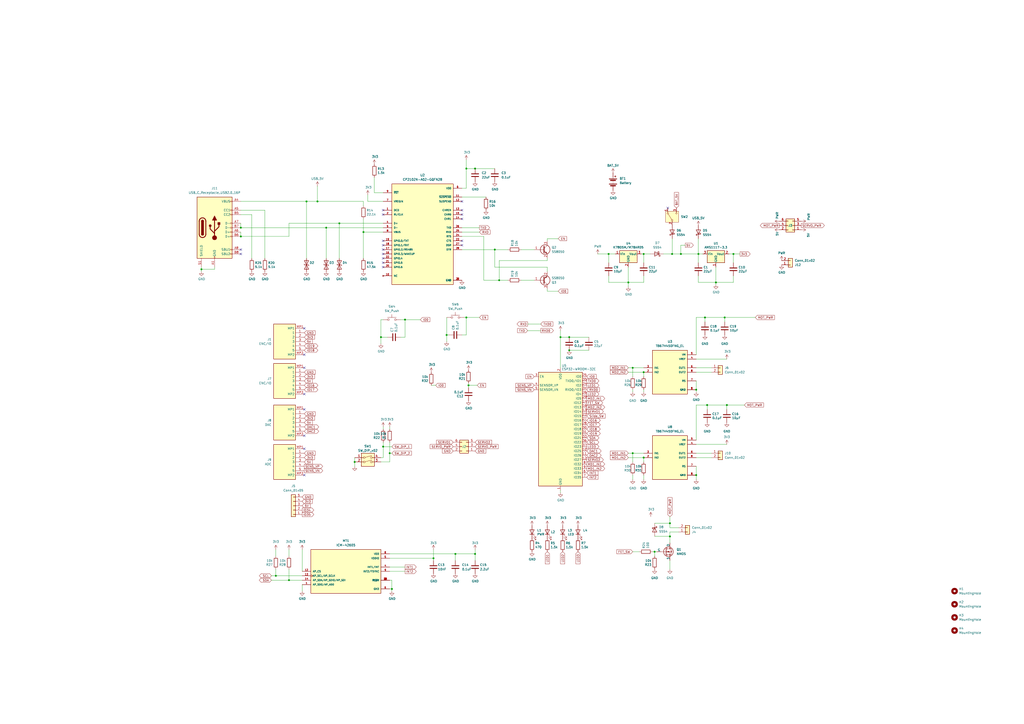
<source format=kicad_sch>
(kicad_sch (version 20250114) (generator "eeschema") (generator_version "9.0")
  (paper "A2")
  (title_block (title "UGOKU One V 1.1.0") (date "2025-06-12") (company "UGOKU Lab"))
  (lib_symbols
    (symbol "+5V_1" (power) (pin_numbers (hide yes)) (pin_names (offset 0) (hide yes))
      (property "Value" "+5V" (at 0 3.556 0))
      (symbol "+5V_1_1_1"
        (pin power_in line (at 0 0 90) (length 0) (name "~") (number "1"))
      )
    )
    (symbol "0_14110513001000:14110513001000"
      (property "Reference" "J" (at 19.05 7.62 0))
      (property "Value" "14110513001000" (at 19.05 5.08 0))
      (symbol "14110513001000_1_1"
        (pin passive line (at 0 0 0) (length 5.08) (name "MP1") (number "MP1"))
        (pin passive line (at 0 -2.54 0) (length 5.08) (name "1") (number "1"))
        (pin passive line (at 0 -5.08 0) (length 5.08) (name "2") (number "2"))
        (pin passive line (at 0 -7.62 0) (length 5.08) (name "3") (number "3"))
        (pin passive line (at 0 -10.16 0) (length 5.08) (name "4") (number "4"))
        (pin passive line (at 0 -12.7 0) (length 5.08) (name "5") (number "5"))
        (pin passive line (at 0 -15.24 0) (length 5.08) (name "MP2") (number "MP2"))
      )
    )
    (symbol "0_CP2102N:CP2102N-A02-GQFN28" (pin_names (offset 1.016))
      (property "Reference" "U" (at -17.78 33.02 0))
      (property "Value" "CP2102N-A02-GQFN28" (at -17.78 -33.02 0))
      (symbol "CP2102N-A02-GQFN28_0_0"
        (pin input line (at -22.86 25.4 0) (length 5.08) (name "~{RST}") (number "9"))
        (pin input line (at -22.86 20.32 0) (length 5.08) (name "VREGIN") (number "7"))
        (pin input line (at -22.86 15.24 0) (length 5.08) (name "DCD") (number "1"))
        (pin bidirectional line (at -22.86 12.7 0) (length 5.08) (name "RI/CLK") (number "2"))
        (pin bidirectional line (at -22.86 7.62 0) (length 5.08) (name "D+") (number "4"))
        (pin bidirectional line (at -22.86 5.08 0) (length 5.08) (name "D-") (number "5"))
        (pin input line (at -22.86 2.54 0) (length 5.08) (name "VBUS") (number "8"))
        (pin bidirectional line (at -22.86 -2.54 0) (length 5.08) (name "GPIO.0/TXT") (number "19"))
        (pin bidirectional line (at -22.86 -5.08 0) (length 5.08) (name "GPIO.1/RXT") (number "18"))
        (pin bidirectional line (at -22.86 -7.62 0) (length 5.08) (name "GPIO.2/RS485") (number "17"))
        (pin bidirectional line (at -22.86 -10.16 0) (length 5.08) (name "GPIO.3/WAKEUP") (number "16"))
        (pin bidirectional line (at -22.86 -12.7 0) (length 5.08) (name "GPIO.4") (number "22"))
        (pin bidirectional line (at -22.86 -15.24 0) (length 5.08) (name "GPIO.5") (number "21"))
        (pin bidirectional line (at -22.86 -17.78 0) (length 5.08) (name "GPIO.6") (number "20"))
        (pin no_connect line (at -22.86 -22.86 0) (length 5.08) (name "NC") (number "10"))
        (pin power_in line (at 22.86 27.94 180) (length 5.08) (name "VDD") (number "6"))
        (pin output line (at 22.86 22.86 180) (length 5.08) (name "~{SUSPEND}") (number "11"))
        (pin output line (at 22.86 20.32 180) (length 5.08) (name "SUSPEND") (number "12"))
        (pin output line (at 22.86 15.24 180) (length 5.08) (name "CHREN") (number "13"))
        (pin output line (at 22.86 12.7 180) (length 5.08) (name "CHR0") (number "15"))
        (pin output line (at 22.86 10.16 180) (length 5.08) (name "CHR1") (number "14"))
        (pin output line (at 22.86 5.08 180) (length 5.08) (name "TXD") (number "26"))
        (pin input line (at 22.86 2.54 180) (length 5.08) (name "RXD") (number "25"))
        (pin output line (at 22.86 0 180) (length 5.08) (name "RTS") (number "24"))
        (pin input line (at 22.86 -2.54 180) (length 5.08) (name "CTS") (number "23"))
        (pin input line (at 22.86 -5.08 180) (length 5.08) (name "DSR") (number "27"))
        (pin output line (at 22.86 -7.62 180) (length 5.08) (name "DTR") (number "28"))
        (pin power_in line (at 22.86 -25.4 180) (length 5.08) (name "GND") (number "29"))
        (pin power_in line (at 22.86 -25.4 180) (length 5.08) (name "GND") (number "3"))
      )
    )
    (symbol "Connector:USB_C_Receptacle_USB2.0_16P" (pin_names (offset 1.016))
      (property "Reference" "J" (at 0 22.225 0))
      (property "Value" "USB_C_Receptacle_USB2.0_16P" (at 0 19.685 0))
      (symbol "USB_C_Receptacle_USB2.0_16P_1_1"
        (pin passive line (at -7.62 -22.86 90) (length 5.08) (name "SHIELD") (number "S1"))
        (pin passive line (at 0 -22.86 90) (length 5.08) (name "GND") (number "A1"))
        (pin passive line (at 0 -22.86 90) (length 5.08) (hide yes) (name "GND") (number "A12"))
        (pin passive line (at 0 -22.86 90) (length 5.08) (hide yes) (name "GND") (number "B1"))
        (pin passive line (at 0 -22.86 90) (length 5.08) (hide yes) (name "GND") (number "B12"))
        (pin passive line (at 15.24 15.24 180) (length 5.08) (name "VBUS") (number "A4"))
        (pin passive line (at 15.24 15.24 180) (length 5.08) (hide yes) (name "VBUS") (number "A9"))
        (pin passive line (at 15.24 15.24 180) (length 5.08) (hide yes) (name "VBUS") (number "B4"))
        (pin passive line (at 15.24 15.24 180) (length 5.08) (hide yes) (name "VBUS") (number "B9"))
        (pin bidirectional line (at 15.24 10.16 180) (length 5.08) (name "CC1") (number "A5"))
        (pin bidirectional line (at 15.24 7.62 180) (length 5.08) (name "CC2") (number "B5"))
        (pin bidirectional line (at 15.24 2.54 180) (length 5.08) (name "D-") (number "A7"))
        (pin bidirectional line (at 15.24 0 180) (length 5.08) (name "D-") (number "B7"))
        (pin bidirectional line (at 15.24 -2.54 180) (length 5.08) (name "D+") (number "A6"))
        (pin bidirectional line (at 15.24 -5.08 180) (length 5.08) (name "D+") (number "B6"))
        (pin bidirectional line (at 15.24 -12.7 180) (length 5.08) (name "SBU1") (number "A8"))
        (pin bidirectional line (at 15.24 -15.24 180) (length 5.08) (name "SBU2") (number "B8"))
      )
    )
    (symbol "Connector_Generic:Conn_01x02" (pin_names (offset 1.016) (hide yes))
      (property "Reference" "J" (at 0 2.54 0))
      (property "Value" "Conn_01x02" (at 0 -5.08 0))
      (symbol "Conn_01x02_1_1"
        (pin passive line (at -5.08 0 0) (length 3.81) (name "Pin_1") (number "1"))
        (pin passive line (at -5.08 -2.54 0) (length 3.81) (name "Pin_2") (number "2"))
      )
    )
    (symbol "Connector_Generic:Conn_01x05" (pin_names (offset 1.016) (hide yes))
      (property "Reference" "J" (at 0 7.62 0))
      (property "Value" "Conn_01x05" (at 0 -7.62 0))
      (symbol "Conn_01x05_1_1"
        (pin passive line (at -5.08 5.08 0) (length 3.81) (name "Pin_1") (number "1"))
        (pin passive line (at -5.08 2.54 0) (length 3.81) (name "Pin_2") (number "2"))
        (pin passive line (at -5.08 0 0) (length 3.81) (name "Pin_3") (number "3"))
        (pin passive line (at -5.08 -2.54 0) (length 3.81) (name "Pin_4") (number "4"))
        (pin passive line (at -5.08 -5.08 0) (length 3.81) (name "Pin_5") (number "5"))
      )
    )
    (symbol "Connector_Generic:Conn_02x03_Odd_Even" (pin_names (offset 1.016) (hide yes))
      (property "Reference" "J" (at 1.27 5.08 0))
      (property "Value" "Conn_02x03_Odd_Even" (at 1.27 -5.08 0))
      (symbol "Conn_02x03_Odd_Even_1_1"
        (pin passive line (at -5.08 2.54 0) (length 3.81) (name "Pin_1") (number "1"))
        (pin passive line (at -5.08 0 0) (length 3.81) (name "Pin_3") (number "3"))
        (pin passive line (at -5.08 -2.54 0) (length 3.81) (name "Pin_5") (number "5"))
        (pin passive line (at 7.62 2.54 180) (length 3.81) (name "Pin_2") (number "2"))
        (pin passive line (at 7.62 0 180) (length 3.81) (name "Pin_4") (number "4"))
        (pin passive line (at 7.62 -2.54 180) (length 3.81) (name "Pin_6") (number "6"))
      )
    )
    (symbol "Device:Battery" (pin_numbers (hide yes)) (pin_names (offset 0) (hide yes))
      (property "Reference" "BT" (at 2.54 2.54 0))
      (property "Value" "Battery" (at 2.54 0 0))
      (symbol "Battery_1_1"
        (pin passive line (at 0 5.08 270) (length 2.54) (name "+") (number "1"))
        (pin passive line (at 0 -5.08 90) (length 2.54) (name "-") (number "2"))
      )
    )
    (symbol "Device:C" (pin_numbers (hide yes)) (pin_names (offset 0.254))
      (property "Reference" "C" (at 0.635 2.54 0))
      (property "Value" "C" (at 0.635 -2.54 0))
      (symbol "C_1_1"
        (pin passive line (at 0 3.81 270) (length 2.794) (name "~") (number "1"))
        (pin passive line (at 0 -3.81 90) (length 2.794) (name "~") (number "2"))
      )
    )
    (symbol "Device:D_Schottky" (pin_numbers (hide yes)) (pin_names (offset 1.016) (hide yes))
      (property "Reference" "D" (at 0 2.54 0))
      (property "Value" "D_Schottky" (at 0 -2.54 0))
      (symbol "D_Schottky_1_1"
        (pin passive line (at -3.81 0 0) (length 2.54) (name "K") (number "1"))
        (pin passive line (at 3.81 0 180) (length 2.54) (name "A") (number "2"))
      )
    )
    (symbol "Device:D_TVS" (pin_numbers (hide yes)) (pin_names (offset 1.016) (hide yes))
      (property "Reference" "D" (at 0 2.54 0))
      (property "Value" "D_TVS" (at 0 -2.54 0))
      (symbol "D_TVS_1_1"
        (pin passive line (at -3.81 0 0) (length 2.54) (name "A1") (number "1"))
        (pin passive line (at 3.81 0 180) (length 2.54) (name "A2") (number "2"))
      )
    )
    (symbol "Device:LED" (pin_numbers (hide yes)) (pin_names (offset 1.016) (hide yes))
      (property "Reference" "D" (at 0 2.54 0))
      (property "Value" "LED" (at 0 -2.54 0))
      (symbol "LED_1_1"
        (pin passive line (at -3.81 0 0) (length 2.54) (name "K") (number "1"))
        (pin passive line (at 3.81 0 180) (length 2.54) (name "A") (number "2"))
      )
    )
    (symbol "Device:R" (pin_numbers (hide yes)) (pin_names (offset 0))
      (property "Reference" "R" (at 2.032 0 90))
      (property "Value" "R" (at 0 0 90))
      (symbol "R_1_1"
        (pin passive line (at 0 3.81 270) (length 1.27) (name "~") (number "1"))
        (pin passive line (at 0 -3.81 90) (length 1.27) (name "~") (number "2"))
      )
    )
    (symbol "ICM-42605:ICM-42605" (pin_names (offset 1.016))
      (property "Reference" "MT" (at -20.32 13.97 0))
      (property "Value" "ICM-42605" (at -20.32 -15.24 0))
      (symbol "ICM-42605_0_0"
        (pin input line (at -25.4 0 0) (length 5.08) (name "AP_CS") (number "12"))
        (pin input clock (at -25.4 -2.54 0) (length 5.08) (name "AP_SCL/AP_SCLK") (number "13"))
        (pin bidirectional line (at -25.4 -5.08 0) (length 5.08) (name "AP_SDA/AP_SDIO/AP_SDI") (number "14"))
        (pin bidirectional line (at -25.4 -7.62 0) (length 5.08) (name "AP_SDO/AP_AD0") (number "1"))
        (pin power_in line (at 25.4 10.16 180) (length 5.08) (name "VDD") (number "8"))
        (pin power_in line (at 25.4 7.62 180) (length 5.08) (name "VDDIO") (number "5"))
        (pin output line (at 25.4 2.54 180) (length 5.08) (name "INT1/INT") (number "4"))
        (pin bidirectional line (at 25.4 0 180) (length 5.08) (name "INT2/FSYNC") (number "9"))
        (pin passive line (at 25.4 -5.08 180) (length 5.08) (name "RESV") (number "10"))
        (pin passive line (at 25.4 -5.08 180) (length 5.08) (name "RESV") (number "11"))
        (pin passive line (at 25.4 -5.08 180) (length 5.08) (name "RESV") (number "2"))
        (pin passive line (at 25.4 -5.08 180) (length 5.08) (name "RESV") (number "3"))
        (pin passive line (at 25.4 -5.08 180) (length 5.08) (name "RESV") (number "7"))
        (pin power_in line (at 25.4 -10.16 180) (length 5.08) (name "GND") (number "6"))
      )
    )
    (symbol "Liner-regulator_AOKI:NJM_TO-252" (pin_names (offset 0.254))
      (property "Reference" "U" (at -3.81 3.175 0))
      (property "Value" "Liner-regulator_AOKI_NJM_TO-252" (at 0 3.175 0))
      (symbol "NJM_TO-252_1_1"
        (pin power_in line (at -7.62 0 0) (length 2.54) (name "Vin") (number "1"))
        (pin input line (at 0 -7.62 90) (length 2.54) (name "GND") (number "2"))
        (pin power_out line (at 7.62 0 180) (length 2.54) (name "Vout") (number "3"))
      )
    )
    (symbol "Mechanical:MountingHole" (pin_names (offset 1.016)) (exclude_from_sim yes) (in_bom no)
      (property "Reference" "H" (at 0 5.08 0))
      (property "Value" "MountingHole" (at 0 3.175 0))
    )
    (symbol "NJM_TO-252_1" (pin_names (offset 0.254))
      (property "Reference" "U1" (at 0 6.1468 0))
      (property "Value" "AMS1117-3.3" (at 0 3.8354 0))
      (symbol "NJM_TO-252_1_1_1"
        (pin power_in line (at -7.62 0 0) (length 2.54) (name "Vin") (number "3"))
        (pin input line (at 0 -7.62 90) (length 2.54) (name "GND") (number "1"))
        (pin power_out line (at 7.62 0 180) (length 2.54) (name "Vout") (number "2"))
      )
    )
    (symbol "RF_Module:ESP32-WROOM-32E"
      (property "Reference" "U" (at -12.7 34.29 0))
      (property "Value" "ESP32-WROOM-32E" (at 1.27 34.29 0))
      (symbol "ESP32-WROOM-32E_1_1"
        (pin input line (at -15.24 30.48 0) (length 2.54) (name "EN") (number "3"))
        (pin input line (at -15.24 25.4 0) (length 2.54) (name "SENSOR_VP") (number "4"))
        (pin input line (at -15.24 22.86 0) (length 2.54) (name "SENSOR_VN") (number "5"))
        (pin no_connect line (at -12.7 0 0) (length 2.54) (hide yes) (name "NC") (number "21"))
        (pin no_connect line (at -12.7 -2.54 0) (length 2.54) (hide yes) (name "NC") (number "22"))
        (pin no_connect line (at -12.7 -5.08 0) (length 2.54) (hide yes) (name "NC") (number "17"))
        (pin no_connect line (at -12.7 -7.62 0) (length 2.54) (hide yes) (name "NC") (number "18"))
        (pin no_connect line (at -12.7 -10.16 0) (length 2.54) (hide yes) (name "NC") (number "20"))
        (pin no_connect line (at -12.7 -12.7 0) (length 2.54) (hide yes) (name "NC") (number "19"))
        (pin no_connect line (at -12.7 -27.94 0) (length 2.54) (hide yes) (name "NC") (number "32"))
        (pin power_in line (at 0 35.56 270) (length 2.54) (name "VDD") (number "2"))
        (pin power_in line (at 0 -35.56 90) (length 2.54) (name "GND") (number "1"))
        (pin passive line (at 0 -35.56 90) (length 2.54) (hide yes) (name "GND") (number "15"))
        (pin passive line (at 0 -35.56 90) (length 2.54) (hide yes) (name "GND") (number "38"))
        (pin passive line (at 0 -35.56 90) (length 2.54) (hide yes) (name "GND") (number "39"))
        (pin bidirectional line (at 15.24 30.48 180) (length 2.54) (name "IO0") (number "25"))
        (pin bidirectional line (at 15.24 27.94 180) (length 2.54) (name "TXD0/IO1") (number "35"))
        (pin bidirectional line (at 15.24 25.4 180) (length 2.54) (name "IO2") (number "24"))
        (pin bidirectional line (at 15.24 22.86 180) (length 2.54) (name "RXD0/IO3") (number "34"))
        (pin bidirectional line (at 15.24 20.32 180) (length 2.54) (name "IO4") (number "26"))
        (pin bidirectional line (at 15.24 17.78 180) (length 2.54) (name "IO5") (number "29"))
        (pin bidirectional line (at 15.24 15.24 180) (length 2.54) (name "IO12") (number "14"))
        (pin bidirectional line (at 15.24 12.7 180) (length 2.54) (name "IO13") (number "16"))
        (pin bidirectional line (at 15.24 10.16 180) (length 2.54) (name "IO14") (number "13"))
        (pin bidirectional line (at 15.24 7.62 180) (length 2.54) (name "IO15") (number "23"))
        (pin bidirectional line (at 15.24 5.08 180) (length 2.54) (name "IO16") (number "27"))
        (pin bidirectional line (at 15.24 2.54 180) (length 2.54) (name "IO17") (number "28"))
        (pin bidirectional line (at 15.24 0 180) (length 2.54) (name "IO18") (number "30"))
        (pin bidirectional line (at 15.24 -2.54 180) (length 2.54) (name "IO19") (number "31"))
        (pin bidirectional line (at 15.24 -5.08 180) (length 2.54) (name "IO21") (number "33"))
        (pin bidirectional line (at 15.24 -7.62 180) (length 2.54) (name "IO22") (number "36"))
        (pin bidirectional line (at 15.24 -10.16 180) (length 2.54) (name "IO23") (number "37"))
        (pin bidirectional line (at 15.24 -12.7 180) (length 2.54) (name "IO25") (number "10"))
        (pin bidirectional line (at 15.24 -15.24 180) (length 2.54) (name "IO26") (number "11"))
        (pin bidirectional line (at 15.24 -17.78 180) (length 2.54) (name "IO27") (number "12"))
        (pin bidirectional line (at 15.24 -20.32 180) (length 2.54) (name "IO32") (number "8"))
        (pin bidirectional line (at 15.24 -22.86 180) (length 2.54) (name "IO33") (number "9"))
        (pin input line (at 15.24 -25.4 180) (length 2.54) (name "IO34") (number "6"))
        (pin input line (at 15.24 -27.94 180) (length 2.54) (name "IO35") (number "7"))
      )
    )
    (symbol "Simulation_SPICE:NMOS" (pin_numbers (hide yes)) (pin_names (offset 0))
      (property "Reference" "Q1" (at 6.35 1.2701 0))
      (property "Value" "NMOS" (at 6.35 -1.2699 0))
      (symbol "NMOS_1_1"
        (pin input line (at -5.08 0 0) (length 2.54) (name "G") (number "1"))
        (pin passive line (at 2.54 5.08 270) (length 2.54) (name "D") (number "3"))
        (pin passive line (at 2.54 -5.08 90) (length 2.54) (name "S") (number "2"))
      )
    )
    (symbol "Switch:SW_DIP_x02" (pin_names (offset 0) (hide yes))
      (property "Reference" "SW" (at 0 6.35 0))
      (property "Value" "SW_DIP_x02" (at 0 -3.81 0))
      (symbol "SW_DIP_x02_1_1"
        (pin passive line (at -7.62 2.54 0) (length 5.08) (name "~") (number "1"))
        (pin passive line (at -7.62 0 0) (length 5.08) (name "~") (number "2"))
        (pin passive line (at 7.62 2.54 180) (length 5.08) (name "~") (number "4"))
        (pin passive line (at 7.62 0 180) (length 5.08) (name "~") (number "3"))
      )
    )
    (symbol "Switch:SW_Push" (pin_numbers (hide yes)) (pin_names (offset 1.016) (hide yes))
      (property "Reference" "SW" (at 1.27 2.54 0))
      (property "Value" "SW_Push" (at 0 -1.524 0))
      (symbol "SW_Push_0_1"
        (pin passive line (at -5.08 0 0) (length 2.54) (name "1") (number "1"))
        (pin passive line (at 5.08 0 180) (length 2.54) (name "2") (number "2"))
      )
    )
    (symbol "Switch:SW_SPDT" (pin_names (offset 0) (hide yes))
      (property "Reference" "SW" (at 0 5.08 0))
      (property "Value" "SW_SPDT" (at 0 -5.08 0))
      (symbol "SW_SPDT_1_1"
        (pin passive line (at -5.08 0 0) (length 2.54) (name "B") (number "2"))
        (pin passive line (at 5.08 2.54 180) (length 2.54) (name "A") (number "1"))
        (pin passive line (at 5.08 -2.54 180) (length 2.54) (name "C") (number "3"))
      )
    )
    (symbol "TB67H450FNG:TB67H450FNG_EL" (pin_names (offset 1.016))
      (property "Reference" "U" (at -10.16 13.462 0))
      (property "Value" "TB67H450FNG_EL" (at -10.16 -15.24 0))
      (symbol "TB67H450FNG_EL_0_0"
        (pin input line (at -15.24 2.54 0) (length 5.08) (name "IN1") (number "3"))
        (pin input line (at -15.24 0 0) (length 5.08) (name "IN2") (number "2"))
        (pin power_in line (at 15.24 10.16 180) (length 5.08) (name "VM") (number "5"))
        (pin power_in line (at 15.24 7.62 180) (length 5.08) (name "VREF") (number "4"))
        (pin output line (at 15.24 2.54 180) (length 5.08) (name "OUT1") (number "6"))
        (pin output line (at 15.24 0 180) (length 5.08) (name "OUT2") (number "8"))
        (pin output line (at 15.24 -5.08 180) (length 5.08) (name "RS") (number "7"))
        (pin power_in line (at 15.24 -10.16 180) (length 5.08) (name "GND") (number "1"))
        (pin power_in line (at 15.24 -10.16 180) (length 5.08) (name "GND") (number "9"))
      )
    )
    (symbol "Transistor_BJT:SS8050" (pin_names (offset 0) (hide yes))
      (property "Reference" "Q" (at 5.08 1.905 0))
      (property "Value" "SS8050" (at 5.08 0 0))
      (symbol "SS8050_1_1"
        (pin input line (at -5.08 0 0) (length 2.54) (name "B") (number "1"))
        (pin passive line (at 2.54 5.08 270) (length 2.54) (name "C") (number "3"))
        (pin passive line (at 2.54 -5.08 90) (length 2.54) (name "E") (number "2"))
      )
    )
    (symbol "power:+3.3V" (power) (pin_names (offset 0))
      (property "Value" "+3.3V" (at 0 3.556 0))
      (symbol "+3.3V_1_1"
        (pin power_in line (at 0 0 90) (length 0) (hide yes) (name "+3V3") (number "1"))
      )
    )
    (symbol "power:+5V" (power) (pin_names (offset 0))
      (property "Value" "+5V" (at 0 3.556 0))
      (symbol "+5V_1_1"
        (pin power_in line (at 0 0 90) (length 0) (hide yes) (name "+5V") (number "1"))
      )
    )
    (symbol "power:GND" (power) (pin_names (offset 0))
      (property "Value" "GND" (at 0 -3.81 0))
      (symbol "GND_1_1"
        (pin power_in line (at 0 0 270) (length 0) (hide yes) (name "GND") (number "1"))
      )
    )
  )
  (junction (at 116.84 156.21))
  (junction (at 271.78 223.52))
  (junction (at 389.89 147.32))
  (junction (at 403.86 226.06))
  (junction (at 420.37 184.15))
  (junction (at 289.56 162.56))
  (junction (at 251.46 323.85))
  (junction (at 367.03 213.36))
  (junction (at 226.06 262.89))
  (junction (at 330.2 195.58))
  (junction (at 325.12 195.58))
  (junction (at 367.03 262.89))
  (junction (at 373.38 265.43))
  (junction (at 270.51 97.79))
  (junction (at 410.21 234.95))
  (junction (at 160.02 334.01))
  (junction (at 388.62 303.53))
  (junction (at 379.73 320.04))
  (junction (at 139.7 137.16))
  (junction (at 275.59 97.79))
  (junction (at 353.06 147.32))
  (junction (at 220.98 195.58))
  (junction (at 330.2 203.2))
  (junction (at 177.8 116.84))
  (junction (at 264.16 321.31))
  (junction (at 408.94 184.15))
  (junction (at 364.49 163.83))
  (junction (at 184.15 116.84))
  (junction (at 287.02 144.78))
  (junction (at 405.13 147.32))
  (junction (at 189.23 132.08))
  (junction (at 196.85 129.54))
  (junction (at 425.45 147.32))
  (junction (at 259.08 194.31))
  (junction (at 222.25 259.08))
  (junction (at 210.82 134.62))
  (junction (at 227.33 341.63))
  (junction (at 403.86 275.59))
  (junction (at 421.64 234.95))
  (junction (at 167.64 336.55))
  (junction (at 139.7 132.08))
  (junction (at 270.51 184.15))
  (junction (at 394.97 147.32))
  (junction (at 388.62 311.15))
  (junction (at 415.29 163.83))
  (junction (at 373.38 147.32))
  (junction (at 234.95 185.42))
  (junction (at 275.59 321.31))
  (junction (at 373.38 215.9))
  (junction (at 205.74 267.97))
  (no_connect (at 176.53 190.5))
  (no_connect (at 176.53 213.36))
  (no_connect (at 267.97 124.46))
  (no_connect (at 222.25 154.94))
  (no_connect (at 139.7 144.78))
  (no_connect (at 222.25 139.7))
  (no_connect (at 222.25 142.24))
  (no_connect (at 267.97 127))
  (no_connect (at 222.25 152.4))
  (no_connect (at 176.53 228.6))
  (no_connect (at 139.7 147.32))
  (no_connect (at 222.25 149.86))
  (no_connect (at 176.53 260.35))
  (no_connect (at 267.97 142.24))
  (no_connect (at 267.97 139.7))
  (no_connect (at 176.53 252.73))
  (no_connect (at 222.25 147.32))
  (no_connect (at 222.25 124.46))
  (no_connect (at 176.53 205.74))
  (no_connect (at 387.35 120.65))
  (no_connect (at 267.97 116.84))
  (no_connect (at 222.25 121.92))
  (no_connect (at 267.97 121.92))
  (no_connect (at 176.53 275.59))
  (no_connect (at 222.25 144.78))
  (no_connect (at 176.53 237.49))
  (wire (pts (xy 270.51 97.79) (xy 270.51 92.71)))
  (wire (pts (xy 267.97 132.08) (xy 278.13 132.08)))
  (wire (pts (xy 210.82 134.62) (xy 222.25 134.62)))
  (wire (pts (xy 184.15 107.95) (xy 184.15 116.84)))
  (wire (pts (xy 403.86 208.28) (xy 421.64 208.28)))
  (wire (pts (xy 267.97 114.3) (xy 281.94 114.3)))
  (wire (pts (xy 160.02 330.2) (xy 160.02 334.01)))
  (wire (pts (xy 280.67 162.56) (xy 280.67 137.16)))
  (wire (pts (xy 116.84 156.21) (xy 124.46 156.21)))
  (wire (pts (xy 389.89 138.43) (xy 389.89 147.32)))
  (wire (pts (xy 167.64 330.2) (xy 167.64 336.55)))
  (wire (pts (xy 184.15 116.84) (xy 210.82 116.84)))
  (wire (pts (xy 213.36 113.03) (xy 213.36 116.84)))
  (wire (pts (xy 422.91 147.32) (xy 425.45 147.32)))
  (wire (pts (xy 317.5 154.94) (xy 287.02 154.94)))
  (wire (pts (xy 306.07 187.96) (xy 313.69 187.96)))
  (wire (pts (xy 116.84 154.94) (xy 116.84 156.21)))
  (wire (pts (xy 403.86 234.95) (xy 403.86 255.27)))
  (wire (pts (xy 367.03 213.36) (xy 373.38 213.36)))
  (wire (pts (xy 175.26 318.77) (xy 175.26 331.47)))
  (wire (pts (xy 330.2 203.2) (xy 341.63 203.2)))
  (wire (pts (xy 384.81 147.32) (xy 389.89 147.32)))
  (wire (pts (xy 403.86 275.59) (xy 403.86 278.13)))
  (wire (pts (xy 222.25 248.92) (xy 222.25 247.65)))
  (wire (pts (xy 415.29 163.83) (xy 415.29 154.94)))
  (wire (pts (xy 271.78 223.52) (xy 276.86 223.52)))
  (wire (pts (xy 421.64 234.95) (xy 431.8 234.95)))
  (wire (pts (xy 270.51 184.15) (xy 269.24 184.15)))
  (wire (pts (xy 157.48 336.55) (xy 167.64 336.55)))
  (wire (pts (xy 287.02 154.94) (xy 287.02 144.78)))
  (wire (pts (xy 222.25 259.08) (xy 227.33 259.08)))
  (wire (pts (xy 425.45 163.83) (xy 425.45 160.02)))
  (wire (pts (xy 250.19 223.52) (xy 252.73 223.52)))
  (wire (pts (xy 388.62 311.15) (xy 388.62 314.96)))
  (wire (pts (xy 410.21 234.95) (xy 421.64 234.95)))
  (wire (pts (xy 270.51 97.79) (xy 275.59 97.79)))
  (wire (pts (xy 397.51 142.24) (xy 394.97 142.24)))
  (wire (pts (xy 139.7 137.16) (xy 167.64 137.16)))
  (wire (pts (xy 287.02 144.78) (xy 294.64 144.78)))
  (wire (pts (xy 364.49 213.36) (xy 367.03 213.36)))
  (wire (pts (xy 213.36 116.84) (xy 222.25 116.84)))
  (wire (pts (xy 389.89 147.32) (xy 394.97 147.32)))
  (wire (pts (xy 346.71 147.32) (xy 353.06 147.32)))
  (wire (pts (xy 379.73 322.58) (xy 379.73 320.04)))
  (wire (pts (xy 403.86 220.98) (xy 403.86 226.06)))
  (wire (pts (xy 220.98 185.42) (xy 222.25 185.42)))
  (wire (pts (xy 373.38 265.43) (xy 373.38 267.97)))
  (wire (pts (xy 160.02 318.77) (xy 160.02 322.58)))
  (wire (pts (xy 280.67 162.56) (xy 289.56 162.56)))
  (wire (pts (xy 388.62 308.61) (xy 388.62 311.15)))
  (wire (pts (xy 393.7 306.07) (xy 388.62 306.07)))
  (wire (pts (xy 222.25 111.76) (xy 217.17 111.76)))
  (wire (pts (xy 234.95 331.47) (xy 226.06 331.47)))
  (wire (pts (xy 306.07 191.77) (xy 313.69 191.77)))
  (wire (pts (xy 353.06 147.32) (xy 353.06 152.4)))
  (wire (pts (xy 139.7 124.46) (xy 146.05 124.46)))
  (wire (pts (xy 364.49 163.83) (xy 373.38 163.83)))
  (wire (pts (xy 403.86 270.51) (xy 403.86 275.59)))
  (wire (pts (xy 264.16 321.31) (xy 275.59 321.31)))
  (wire (pts (xy 220.98 185.42) (xy 220.98 195.58)))
  (wire (pts (xy 317.5 167.64) (xy 317.5 168.91)))
  (wire (pts (xy 325.12 191.77) (xy 325.12 195.58)))
  (wire (pts (xy 367.03 218.44) (xy 367.03 213.36)))
  (wire (pts (xy 226.06 341.63) (xy 227.33 341.63)))
  (wire (pts (xy 210.82 134.62) (xy 210.82 149.86)))
  (wire (pts (xy 289.56 151.13) (xy 289.56 162.56)))
  (wire (pts (xy 234.95 328.93) (xy 226.06 328.93)))
  (wire (pts (xy 271.78 223.52) (xy 271.78 224.79)))
  (wire (pts (xy 167.64 336.55) (xy 175.26 336.55)))
  (wire (pts (xy 429.26 147.32) (xy 425.45 147.32)))
  (wire (pts (xy 280.67 137.16) (xy 267.97 137.16)))
  (wire (pts (xy 364.49 163.83) (xy 364.49 166.37)))
  (wire (pts (xy 373.38 215.9) (xy 373.38 218.44)))
  (wire (pts (xy 372.11 147.32) (xy 373.38 147.32)))
  (wire (pts (xy 234.95 185.42) (xy 234.95 195.58)))
  (wire (pts (xy 153.67 121.92) (xy 153.67 149.86)))
  (wire (pts (xy 405.13 147.32) (xy 405.13 152.4)))
  (wire (pts (xy 251.46 323.85) (xy 251.46 325.12)))
  (wire (pts (xy 364.49 265.43) (xy 373.38 265.43)))
  (wire (pts (xy 226.06 262.89) (xy 227.33 262.89)))
  (wire (pts (xy 388.62 306.07) (xy 388.62 303.53)))
  (wire (pts (xy 116.84 156.21) (xy 116.84 157.48)))
  (wire (pts (xy 317.5 138.43) (xy 323.85 138.43)))
  (wire (pts (xy 189.23 132.08) (xy 189.23 149.86)))
  (wire (pts (xy 222.25 256.54) (xy 222.25 259.08)))
  (wire (pts (xy 227.33 336.55) (xy 226.06 336.55)))
  (wire (pts (xy 373.38 152.4) (xy 373.38 147.32)))
  (wire (pts (xy 271.78 222.25) (xy 271.78 223.52)))
  (wire (pts (xy 364.49 154.94) (xy 364.49 163.83)))
  (wire (pts (xy 394.97 147.32) (xy 405.13 147.32)))
  (wire (pts (xy 325.12 195.58) (xy 325.12 213.36)))
  (wire (pts (xy 167.64 129.54) (xy 196.85 129.54)))
  (wire (pts (xy 367.03 226.06) (xy 367.03 227.33)))
  (wire (pts (xy 210.82 116.84) (xy 210.82 119.38)))
  (wire (pts (xy 220.98 195.58) (xy 224.79 195.58)))
  (wire (pts (xy 317.5 149.86) (xy 317.5 151.13)))
  (wire (pts (xy 421.64 234.95) (xy 421.64 237.49)))
  (wire (pts (xy 403.86 257.81) (xy 421.64 257.81)))
  (wire (pts (xy 407.67 147.32) (xy 405.13 147.32)))
  (wire (pts (xy 394.97 142.24) (xy 394.97 147.32)))
  (wire (pts (xy 205.74 270.51) (xy 205.74 267.97)))
  (wire (pts (xy 403.86 262.89) (xy 412.75 262.89)))
  (wire (pts (xy 270.51 109.22) (xy 270.51 97.79)))
  (wire (pts (xy 405.13 160.02) (xy 405.13 163.83)))
  (wire (pts (xy 227.33 341.63) (xy 227.33 336.55)))
  (wire (pts (xy 403.86 215.9) (xy 412.75 215.9)))
  (wire (pts (xy 330.2 195.58) (xy 341.63 195.58)))
  (wire (pts (xy 405.13 163.83) (xy 415.29 163.83)))
  (wire (pts (xy 139.7 129.54) (xy 139.7 132.08)))
  (wire (pts (xy 226.06 323.85) (xy 251.46 323.85)))
  (wire (pts (xy 226.06 262.89) (xy 226.06 267.97)))
  (wire (pts (xy 317.5 151.13) (xy 289.56 151.13)))
  (wire (pts (xy 167.64 137.16) (xy 167.64 129.54)))
  (wire (pts (xy 196.85 129.54) (xy 222.25 129.54)))
  (wire (pts (xy 146.05 149.86) (xy 146.05 124.46)))
  (wire (pts (xy 403.86 184.15) (xy 403.86 205.74)))
  (wire (pts (xy 139.7 132.08) (xy 189.23 132.08)))
  (wire (pts (xy 124.46 156.21) (xy 124.46 154.94)))
  (wire (pts (xy 379.73 320.04) (xy 381 320.04)))
  (wire (pts (xy 379.73 311.15) (xy 388.62 311.15)))
  (wire (pts (xy 275.59 97.79) (xy 287.02 97.79)))
  (wire (pts (xy 373.38 275.59) (xy 373.38 278.13)))
  (wire (pts (xy 222.25 265.43) (xy 220.98 265.43)))
  (wire (pts (xy 425.45 152.4) (xy 425.45 147.32)))
  (wire (pts (xy 373.38 147.32) (xy 377.19 147.32)))
  (wire (pts (xy 167.64 318.77) (xy 167.64 322.58)))
  (wire (pts (xy 438.15 184.15) (xy 420.37 184.15)))
  (wire (pts (xy 408.94 186.69) (xy 408.94 184.15)))
  (wire (pts (xy 403.86 234.95) (xy 410.21 234.95)))
  (wire (pts (xy 205.74 267.97) (xy 205.74 265.43)))
  (wire (pts (xy 317.5 139.7) (xy 317.5 138.43)))
  (wire (pts (xy 403.86 213.36) (xy 412.75 213.36)))
  (wire (pts (xy 367.03 275.59) (xy 367.03 278.13)))
  (wire (pts (xy 302.26 144.78) (xy 309.88 144.78)))
  (wire (pts (xy 388.62 330.2) (xy 388.62 325.12)))
  (wire (pts (xy 260.35 194.31) (xy 259.08 194.31)))
  (wire (pts (xy 264.16 321.31) (xy 264.16 325.12)))
  (wire (pts (xy 251.46 318.77) (xy 251.46 323.85)))
  (wire (pts (xy 232.41 195.58) (xy 234.95 195.58)))
  (wire (pts (xy 415.29 165.1) (xy 415.29 163.83)))
  (wire (pts (xy 270.51 184.15) (xy 270.51 194.31)))
  (wire (pts (xy 267.97 194.31) (xy 270.51 194.31)))
  (wire (pts (xy 325.12 195.58) (xy 330.2 195.58)))
  (wire (pts (xy 275.59 321.31) (xy 275.59 325.12)))
  (wire (pts (xy 420.37 184.15) (xy 408.94 184.15)))
  (wire (pts (xy 317.5 168.91) (xy 323.85 168.91)))
  (wire (pts (xy 410.21 234.95) (xy 410.21 237.49)))
  (wire (pts (xy 226.06 248.92) (xy 226.06 247.65)))
  (wire (pts (xy 420.37 186.69) (xy 420.37 184.15)))
  (wire (pts (xy 139.7 116.84) (xy 177.8 116.84)))
  (wire (pts (xy 226.06 321.31) (xy 264.16 321.31)))
  (wire (pts (xy 139.7 121.92) (xy 153.67 121.92)))
  (wire (pts (xy 367.03 320.04) (xy 370.84 320.04)))
  (wire (pts (xy 217.17 111.76) (xy 217.17 102.87)))
  (wire (pts (xy 267.97 109.22) (xy 270.51 109.22)))
  (wire (pts (xy 275.59 321.31) (xy 275.59 318.77)))
  (wire (pts (xy 415.29 163.83) (xy 425.45 163.83)))
  (wire (pts (xy 364.49 215.9) (xy 373.38 215.9)))
  (wire (pts (xy 378.46 320.04) (xy 379.73 320.04)))
  (wire (pts (xy 325.12 285.75) (xy 325.12 284.48)))
  (wire (pts (xy 353.06 163.83) (xy 353.06 160.02)))
  (wire (pts (xy 367.03 262.89) (xy 373.38 262.89)))
  (wire (pts (xy 227.33 341.63) (xy 227.33 342.9)))
  (wire (pts (xy 373.38 226.06) (xy 373.38 227.33)))
  (wire (pts (xy 364.49 262.89) (xy 367.03 262.89)))
  (wire (pts (xy 373.38 163.83) (xy 373.38 160.02)))
  (wire (pts (xy 259.08 184.15) (xy 259.08 194.31)))
  (wire (pts (xy 356.87 147.32) (xy 353.06 147.32)))
  (wire (pts (xy 353.06 163.83) (xy 364.49 163.83)))
  (wire (pts (xy 289.56 162.56) (xy 294.64 162.56)))
  (wire (pts (xy 234.95 185.42) (xy 243.84 185.42)))
  (wire (pts (xy 379.73 303.53) (xy 388.62 303.53)))
  (wire (pts (xy 388.62 303.53) (xy 388.62 299.72)))
  (wire (pts (xy 226.06 256.54) (xy 226.06 262.89)))
  (wire (pts (xy 393.7 308.61) (xy 388.62 308.61)))
  (wire (pts (xy 177.8 116.84) (xy 177.8 149.86)))
  (wire (pts (xy 222.25 259.08) (xy 222.25 265.43)))
  (wire (pts (xy 259.08 194.31) (xy 259.08 198.12)))
  (wire (pts (xy 408.94 184.15) (xy 403.86 184.15)))
  (wire (pts (xy 405.13 138.43) (xy 405.13 147.32)))
  (wire (pts (xy 267.97 134.62) (xy 278.13 134.62)))
  (wire (pts (xy 234.95 185.42) (xy 232.41 185.42)))
  (wire (pts (xy 139.7 134.62) (xy 139.7 137.16)))
  (wire (pts (xy 317.5 157.48) (xy 317.5 154.94)))
  (wire (pts (xy 157.48 334.01) (xy 160.02 334.01)))
  (wire (pts (xy 270.51 184.15) (xy 278.13 184.15)))
  (wire (pts (xy 267.97 144.78) (xy 287.02 144.78)))
  (wire (pts (xy 160.02 334.01) (xy 175.26 334.01)))
  (wire (pts (xy 175.26 339.09) (xy 175.26 342.9)))
  (wire (pts (xy 403.86 265.43) (xy 412.75 265.43)))
  (wire (pts (xy 196.85 129.54) (xy 196.85 149.86)))
  (wire (pts (xy 189.23 132.08) (xy 222.25 132.08)))
  (wire (pts (xy 177.8 116.84) (xy 184.15 116.84)))
  (wire (pts (xy 210.82 127) (xy 210.82 134.62)))
  (wire (pts (xy 220.98 267.97) (xy 226.06 267.97)))
  (wire (pts (xy 302.26 162.56) (xy 309.88 162.56)))
  (wire (pts (xy 403.86 226.06) (xy 403.86 227.33)))
  (wire (pts (xy 367.03 267.97) (xy 367.03 262.89)))
  (wire (pts (xy 220.98 199.39) (xy 220.98 195.58)))
  (global_label "MD1_IN2" (shape output) (at 340.36 271.78 0) (property "Intersheetrefs" "${INTERSHEET_REFS}" (effects (hide yes))))
  (global_label "IO17" (shape bidirectional) (at 176.53 226.06 0) (property "Intersheetrefs" "${INTERSHEET_REFS}" (effects (hide yes))))
  (global_label "LED2" (shape output) (at 340.36 228.6 0) (property "Intersheetrefs" "${INTERSHEET_REFS}" (effects (hide yes))))
  (global_label "SCL" (shape bidirectional) (at 157.48 334.01 180) (property "Intersheetrefs" "${INTERSHEET_REFS}" (effects (hide yes))))
  (global_label "3V3" (shape output) (at 429.26 147.32 0) (property "Intersheetrefs" "${INTERSHEET_REFS}" (effects (hide yes))))
  (global_label "SW_DIP_2" (shape input) (at 227.33 262.89 0) (property "Intersheetrefs" "${INTERSHEET_REFS}" (effects (hide yes))))
  (global_label "FET_SW" (shape output) (at 340.36 233.68 0) (property "Intersheetrefs" "${INTERSHEET_REFS}" (effects (hide yes))))
  (global_label "SERVO_PWR" (shape input) (at 262.89 259.08 180) (property "Intersheetrefs" "${INTERSHEET_REFS}" (effects (hide yes))))
  (global_label "INT2" (shape output) (at 234.95 331.47 0) (property "Intersheetrefs" "${INTERSHEET_REFS}" (effects (hide yes))))
  (global_label "TXD0" (shape input) (at 313.69 187.96 0) (property "Intersheetrefs" "${INTERSHEET_REFS}" (effects (hide yes))))
  (global_label "IO0" (shape input) (at 340.36 218.44 0) (property "Intersheetrefs" "${INTERSHEET_REFS}" (effects (hide yes))))
  (global_label "LED3" (shape output) (at 340.36 259.08 0) (property "Intersheetrefs" "${INTERSHEET_REFS}" (effects (hide yes))))
  (global_label "MD2_IN2" (shape input) (at 364.49 215.9 180) (property "Intersheetrefs" "${INTERSHEET_REFS}" (effects (hide yes))))
  (global_label "MOT_PWR" (shape input) (at 438.15 184.15 0) (property "Intersheetrefs" "${INTERSHEET_REFS}" (effects (hide yes))))
  (global_label "SDA" (shape bidirectional) (at 157.48 336.55 180) (property "Intersheetrefs" "${INTERSHEET_REFS}" (effects (hide yes))))
  (global_label "IO35" (shape output) (at 175.26 298.45 0) (property "Intersheetrefs" "${INTERSHEET_REFS}" (effects (hide yes))))
  (global_label "SERVO1" (shape input) (at 262.89 256.54 180) (property "Intersheetrefs" "${INTERSHEET_REFS}" (effects (hide yes))))
  (global_label "SENS_VP" (shape input) (at 309.88 223.52 180) (property "Intersheetrefs" "${INTERSHEET_REFS}" (effects (hide yes))))
  (global_label "SCL" (shape bidirectional) (at 340.36 256.54 0) (property "Intersheetrefs" "${INTERSHEET_REFS}" (effects (hide yes))))
  (global_label "INT1" (shape input) (at 340.36 274.32 0) (property "Intersheetrefs" "${INTERSHEET_REFS}" (effects (hide yes))))
  (global_label "DAC1" (shape bidirectional) (at 340.36 261.62 0) (property "Intersheetrefs" "${INTERSHEET_REFS}" (effects (hide yes))))
  (global_label "SENS_VN" (shape output) (at 176.53 273.05 0) (property "Intersheetrefs" "${INTERSHEET_REFS}" (effects (hide yes))))
  (global_label "RXD0" (shape output) (at 313.69 191.77 0) (property "Intersheetrefs" "${INTERSHEET_REFS}" (effects (hide yes))))
  (global_label "IO0" (shape input) (at 243.84 185.42 0) (property "Intersheetrefs" "${INTERSHEET_REFS}" (effects (hide yes))))
  (global_label "RXD" (shape input) (at 278.13 134.62 0) (property "Intersheetrefs" "${INTERSHEET_REFS}" (effects (hide yes))))
  (global_label "MD2_IN1" (shape input) (at 364.49 213.36 180) (property "Intersheetrefs" "${INTERSHEET_REFS}" (effects (hide yes))))
  (global_label "GND" (shape input) (at 262.89 261.62 180) (property "Intersheetrefs" "${INTERSHEET_REFS}" (effects (hide yes))))
  (global_label "RXD" (shape output) (at 306.07 187.96 180) (property "Intersheetrefs" "${INTERSHEET_REFS}" (effects (hide yes))))
  (global_label "5V" (shape input) (at 176.53 245.11 0) (property "Intersheetrefs" "${INTERSHEET_REFS}" (effects (hide yes))))
  (global_label "5V" (shape output) (at 397.51 142.24 0) (property "Intersheetrefs" "${INTERSHEET_REFS}" (effects (hide yes))))
  (global_label "EN" (shape input) (at 278.13 184.15 0) (property "Intersheetrefs" "${INTERSHEET_REFS}" (effects (hide yes))))
  (global_label "INT2" (shape input) (at 340.36 276.86 0) (property "Intersheetrefs" "${INTERSHEET_REFS}" (effects (hide yes))))
  (global_label "LED1" (shape input) (at 317.5 320.04 270) (property "Intersheetrefs" "${INTERSHEET_REFS}" (effects (hide yes))))
  (global_label "GND" (shape input) (at 176.53 262.89 0) (property "Intersheetrefs" "${INTERSHEET_REFS}" (effects (hide yes))))
  (global_label "SERVO_PWR" (shape input) (at 275.59 259.08 0) (property "Intersheetrefs" "${INTERSHEET_REFS}" (effects (hide yes))))
  (global_label "SERVO1" (shape output) (at 340.36 238.76 0) (property "Intersheetrefs" "${INTERSHEET_REFS}" (effects (hide yes))))
  (global_label "GND" (shape input) (at 176.53 215.9 0) (property "Intersheetrefs" "${INTERSHEET_REFS}" (effects (hide yes))))
  (global_label "DAC2" (shape bidirectional) (at 176.53 250.19 0) (property "Intersheetrefs" "${INTERSHEET_REFS}" (effects (hide yes))))
  (global_label "3V3" (shape input) (at 176.53 218.44 0) (property "Intersheetrefs" "${INTERSHEET_REFS}" (effects (hide yes))))
  (global_label "TXD0" (shape output) (at 340.36 220.98 0) (property "Intersheetrefs" "${INTERSHEET_REFS}" (effects (hide yes))))
  (global_label "IO19" (shape bidirectional) (at 176.53 200.66 0) (property "Intersheetrefs" "${INTERSHEET_REFS}" (effects (hide yes))))
  (global_label "EN" (shape input) (at 276.86 223.52 0) (property "Intersheetrefs" "${INTERSHEET_REFS}" (effects (hide yes))))
  (global_label "EN" (shape input) (at 309.88 218.44 180) (property "Intersheetrefs" "${INTERSHEET_REFS}" (effects (hide yes))))
  (global_label "EN" (shape input) (at 323.85 138.43 0) (property "Intersheetrefs" "${INTERSHEET_REFS}" (effects (hide yes))))
  (global_label "GND" (shape input) (at 175.26 288.29 0) (property "Intersheetrefs" "${INTERSHEET_REFS}" (effects (hide yes))))
  (global_label "IO19" (shape bidirectional) (at 340.36 251.46 0) (property "Intersheetrefs" "${INTERSHEET_REFS}" (effects (hide yes))))
  (global_label "IO16" (shape bidirectional) (at 340.36 243.84 0) (property "Intersheetrefs" "${INTERSHEET_REFS}" (effects (hide yes))))
  (global_label "SERVO_PWR" (shape output) (at 464.82 130.81 0) (property "Intersheetrefs" "${INTERSHEET_REFS}" (effects (hide yes))))
  (global_label "IO17" (shape bidirectional) (at 340.36 246.38 0) (property "Intersheetrefs" "${INTERSHEET_REFS}" (effects (hide yes))))
  (global_label "SERVO2" (shape output) (at 340.36 266.7 0) (property "Intersheetrefs" "${INTERSHEET_REFS}" (effects (hide yes))))
  (global_label "DAC2" (shape bidirectional) (at 340.36 264.16 0) (property "Intersheetrefs" "${INTERSHEET_REFS}" (effects (hide yes))))
  (global_label "IO0" (shape input) (at 323.85 168.91 0) (property "Intersheetrefs" "${INTERSHEET_REFS}" (effects (hide yes))))
  (global_label "TXD" (shape output) (at 278.13 132.08 0) (property "Intersheetrefs" "${INTERSHEET_REFS}" (effects (hide yes))))
  (global_label "5V" (shape input) (at 176.53 267.97 0) (property "Intersheetrefs" "${INTERSHEET_REFS}" (effects (hide yes))))
  (global_label "3V3" (shape input) (at 176.53 242.57 0) (property "Intersheetrefs" "${INTERSHEET_REFS}" (effects (hide yes))))
  (global_label "5V" (shape input) (at 176.53 198.12 0) (property "Intersheetrefs" "${INTERSHEET_REFS}" (effects (hide yes))))
  (global_label "MOT_PWR" (shape output) (at 452.12 130.81 180) (property "Intersheetrefs" "${INTERSHEET_REFS}" (effects (hide yes))))
  (global_label "Slide_SW" (shape input) (at 340.36 241.3 0) (property "Intersheetrefs" "${INTERSHEET_REFS}" (effects (hide yes))))
  (global_label "SENS_VN" (shape input) (at 309.88 226.06 180) (property "Intersheetrefs" "${INTERSHEET_REFS}" (effects (hide yes))))
  (global_label "GND" (shape input) (at 275.59 261.62 0) (property "Intersheetrefs" "${INTERSHEET_REFS}" (effects (hide yes))))
  (global_label "MD1_IN1" (shape input) (at 364.49 262.89 180) (property "Intersheetrefs" "${INTERSHEET_REFS}" (effects (hide yes))))
  (global_label "RXD0" (shape input) (at 340.36 226.06 0) (property "Intersheetrefs" "${INTERSHEET_REFS}" (effects (hide yes))))
  (global_label "IO18" (shape bidirectional) (at 340.36 248.92 0) (property "Intersheetrefs" "${INTERSHEET_REFS}" (effects (hide yes))))
  (global_label "3V3" (shape input) (at 175.26 290.83 0) (property "Intersheetrefs" "${INTERSHEET_REFS}" (effects (hide yes))))
  (global_label "MD2_IN1" (shape output) (at 340.36 231.14 0) (property "Intersheetrefs" "${INTERSHEET_REFS}" (effects (hide yes))))
  (global_label "LED3" (shape input) (at 335.28 320.04 270) (property "Intersheetrefs" "${INTERSHEET_REFS}" (effects (hide yes))))
  (global_label "GND" (shape input) (at 176.53 193.04 0) (property "Intersheetrefs" "${INTERSHEET_REFS}" (effects (hide yes))))
  (global_label "IO16" (shape bidirectional) (at 176.53 223.52 0) (property "Intersheetrefs" "${INTERSHEET_REFS}" (effects (hide yes))))
  (global_label "5V" (shape input) (at 176.53 220.98 0) (property "Intersheetrefs" "${INTERSHEET_REFS}" (effects (hide yes))))
  (global_label "GND" (shape input) (at 176.53 240.03 0) (property "Intersheetrefs" "${INTERSHEET_REFS}" (effects (hide yes))))
  (global_label "5V" (shape input) (at 175.26 293.37 0) (property "Intersheetrefs" "${INTERSHEET_REFS}" (effects (hide yes))))
  (global_label "SW_DIP_1" (shape input) (at 227.33 259.08 0) (property "Intersheetrefs" "${INTERSHEET_REFS}" (effects (hide yes))))
  (global_label "3V3" (shape input) (at 176.53 265.43 0) (property "Intersheetrefs" "${INTERSHEET_REFS}" (effects (hide yes))))
  (global_label "DAC1" (shape bidirectional) (at 176.53 247.65 0) (property "Intersheetrefs" "${INTERSHEET_REFS}" (effects (hide yes))))
  (global_label "IO34" (shape output) (at 175.26 295.91 0) (property "Intersheetrefs" "${INTERSHEET_REFS}" (effects (hide yes))))
  (global_label "SERVO2" (shape input) (at 275.59 256.54 0) (property "Intersheetrefs" "${INTERSHEET_REFS}" (effects (hide yes))))
  (global_label "LED1" (shape output) (at 340.36 223.52 0) (property "Intersheetrefs" "${INTERSHEET_REFS}" (effects (hide yes))))
  (global_label "IO18" (shape bidirectional) (at 176.53 203.2 0) (property "Intersheetrefs" "${INTERSHEET_REFS}" (effects (hide yes))))
  (global_label "SENS_VP" (shape output) (at 176.53 270.51 0) (property "Intersheetrefs" "${INTERSHEET_REFS}" (effects (hide yes))))
  (global_label "MOT_PWR" (shape input) (at 388.62 299.72 90) (property "Intersheetrefs" "${INTERSHEET_REFS}" (effects (hide yes))))
  (global_label "BAT_5V" (shape input) (at 392.43 120.65 90) (property "Intersheetrefs" "${INTERSHEET_REFS}" (effects (hide yes))))
  (global_label "MD1_IN2" (shape input) (at 364.49 265.43 180) (property "Intersheetrefs" "${INTERSHEET_REFS}" (effects (hide yes))))
  (global_label "MD2_IN2" (shape output) (at 340.36 236.22 0) (property "Intersheetrefs" "${INTERSHEET_REFS}" (effects (hide yes))))
  (global_label "MOT_PWR" (shape input) (at 431.8 234.95 0) (property "Intersheetrefs" "${INTERSHEET_REFS}" (effects (hide yes))))
  (global_label "INT1" (shape output) (at 234.95 328.93 0) (property "Intersheetrefs" "${INTERSHEET_REFS}" (effects (hide yes))))
  (global_label "SDA" (shape bidirectional) (at 340.36 254 0) (property "Intersheetrefs" "${INTERSHEET_REFS}" (effects (hide yes))))
  (global_label "LED2" (shape input) (at 326.39 320.04 270) (property "Intersheetrefs" "${INTERSHEET_REFS}" (effects (hide yes))))
  (global_label "3V3" (shape input) (at 176.53 195.58 0) (property "Intersheetrefs" "${INTERSHEET_REFS}" (effects (hide yes))))
  (global_label "TXD" (shape input) (at 306.07 191.77 180) (property "Intersheetrefs" "${INTERSHEET_REFS}" (effects (hide yes))))
  (global_label "MD1_IN1" (shape output) (at 340.36 269.24 0) (property "Intersheetrefs" "${INTERSHEET_REFS}" (effects (hide yes))))
  (global_label "IO0" (shape input) (at 252.73 223.52 0) (property "Intersheetrefs" "${INTERSHEET_REFS}" (effects (hide yes))))
  (global_label "FET_SW" (shape input) (at 367.03 320.04 180) (property "Intersheetrefs" "${INTERSHEET_REFS}" (effects (hide yes))))
  (symbol (lib_id "Device:R") (at 167.64 326.39 0) (unit 1)
    (property "Reference" "R28" (at 165.862 327.5584 0) (effects (justify right)))
    (property "Value" "10k" (at 165.862 325.247 0) (effects (justify right)))
    (property "Footprint" "Resistor_SMD:R_0402_1005Metric" (effects (hide yes)))
  )
  (symbol (lib_id "power:GND") (at 453.39 153.67 0) (unit 1)
    (property "Reference" "#PWR083" (effects (hide yes)))
    (property "Value" "GND" (at 453.517 158.0642 0))
  )
  (symbol (lib_id "Mechanical:MountingHole") (at 553.72 365.76 0) (unit 1) (exclude_from_sim yes) (in_bom no)
    (property "Reference" "H4" (at 556.26 364.4899 0) (effects (justify left)))
    (property "Value" "MountingHole" (at 556.26 367.0299 0) (effects (justify left)))
    (property "Footprint" "MountingHole:MountingHole_3.2mm_M3" (effects (hide yes)))
    (property "Description" "Mounting Hole without connection" (effects (hide yes)))
  )
  (symbol (lib_id "Device:LED") (at 317.5 308.61 90) (unit 1)
    (property "Reference" "L2" (at 319.532 308.61 90) (effects (justify right)))
    (property "Value" "IO2" (effects (hide yes)))
    (property "Footprint" "LED_SMD:LED_0805_2012Metric_Pad1.15x1.40mm_HandSolder" (effects (hide yes)))
  )
  (symbol (lib_id "power:+3.3V") (at 317.5 304.8 0) (unit 1)
    (property "Reference" "#PWR021" (effects (hide yes)))
    (property "Value" "3V3" (at 317.881 300.4058 0))
  )
  (symbol (lib_id "power:+5V") (at 167.64 318.77 0) (unit 1)
    (property "Reference" "#PWR081" (effects (hide yes)))
    (property "Value" "3V3" (at 167.64 314.198 0))
  )
  (symbol (lib_id "power:GND") (at 355.6 110.49 0) (unit 1)
    (property "Reference" "#PWR056" (effects (hide yes)))
    (property "Value" "GND" (at 355.727 114.8842 0))
  )
  (symbol (lib_id "power:GND") (at 330.2 203.2 0) (unit 1)
    (property "Reference" "#PWR028" (effects (hide yes)))
    (property "Value" "GND" (at 330.327 207.5942 0))
  )
  (symbol (lib_id "Device:R") (at 317.5 316.23 180) (unit 1)
    (property "Reference" "R5" (at 319.278 315.0616 0) (effects (justify right)))
    (property "Value" "1.5k" (at 319.278 317.373 0) (effects (justify right)))
    (property "Footprint" "Resistor_SMD:R_0603_1608Metric" (effects (hide yes)))
  )
  (symbol (lib_id "power:+3.3V") (at 251.46 318.77 0) (unit 1)
    (property "Reference" "#PWR08" (effects (hide yes)))
    (property "Value" "3V3" (at 251.46 314.96 0))
  )
  (symbol (lib_id "Device:C") (at 405.13 156.21 0) (unit 1)
    (property "Reference" "C1" (at 408.051 155.0416 0) (effects (justify left)))
    (property "Value" "22μF" (at 408.051 157.353 0) (effects (justify left)))
    (property "Footprint" "Capacitor_SMD:C_0603_1608Metric" (effects (hide yes)))
  )
  (symbol (lib_id "power:GND") (at 175.26 342.9 0) (unit 1)
    (property "Reference" "#PWR06" (effects (hide yes)))
    (property "Value" "GND" (at 175.387 347.2942 0))
  )
  (symbol (lib_id "power:GND") (at 325.12 285.75 0) (unit 1)
    (property "Reference" "#PWR025" (effects (hide yes)))
    (property "Value" "GND" (at 325.247 290.1442 0))
  )
  (symbol (lib_id "Device:R") (at 367.03 222.25 0) (unit 1)
    (property "Reference" "R26" (at 366.014 223.2914 0) (effects (justify right)))
    (property "Value" "10k" (at 366.014 220.98 0) (effects (justify right)))
    (property "Footprint" "Resistor_SMD:R_0402_1005Metric" (effects (hide yes)))
  )
  (symbol (lib_id "power:GND") (at 308.61 320.04 0) (unit 1)
    (property "Reference" "#PWR018" (effects (hide yes)))
    (property "Value" "GND" (at 308.737 324.4342 0))
  )
  (symbol (lib_name "+5V_1") (lib_id "power:+5V") (at 355.6 100.33 0) (unit 1)
    (property "Reference" "#PWR04" (effects (hide yes)))
    (property "Value" "BAT_5V" (at 355.6 96.012 0))
    (property "Description" "Power symbol creates a global label with name \"+5V\"" (effects (hide yes)))
  )
  (symbol (lib_id "power:GND") (at 220.98 199.39 0) (unit 1)
    (property "Reference" "#PWR023" (effects (hide yes)))
    (property "Value" "GND" (at 221.107 203.7842 0))
  )
  (symbol (lib_id "0_14110513001000:14110513001000") (at 176.53 213.36 0) (mirror y) (unit 1)
    (property "Reference" "J7" (at 157.48 219.7099 0) (effects (justify left)))
    (property "Value" "ENC/IO" (at 157.48 222.2499 0) (effects (justify left)))
    (property "Footprint" "0_UGOKU-One_Lib:14110513001000" (effects (hide yes)))
    (property "Datasheet" "https://b2b.harting.com/files/download/PRD/PDF_DS/PDF_DS_14111400301.pdf" (effects (hide yes)))
    (property "Description" "har-flexicon, 5pin male, vertical SMT pcb mount, 6Amps, pitch 2.54mm, 500pc reel" (effects (hide yes)))
    (property "Height" "7.45" (effects (hide yes)))
    (property "Manufacturer_Name" "HARTING" (effects (hide yes)))
    (property "Manufacturer_Part_Number" "14110513001000" (effects (hide yes)))
    (property "Mouser Part Number" "617-14110513001000" (effects (hide yes)))
    (property "Mouser Price/Stock" "https://www.mouser.co.uk/ProductDetail/HARTING/14110513001000?qs=9nYkJLYMUzvq4GdFieWOAA%3D%3D" (effects (hide yes)))
    (property "Arrow Part Number" "14110513001000" (effects (hide yes)))
    (property "Arrow Price/Stock" "https://www.arrow.com/en/products/14110513001000/harting" (effects (hide yes)))
  )
  (symbol (lib_id "power:GND") (at 410.21 245.11 0) (unit 1)
    (property "Reference" "#PWR075" (effects (hide yes)))
    (property "Value" "GND" (at 410.21 250.19 0))
  )
  (symbol (lib_id "Device:D_TVS") (at 189.23 153.67 90) (unit 1)
    (property "Reference" "D3" (at 191.008 152.4 90) (effects (justify right)))
    (property "Value" "LESD5D5.0CT1G" (effects (hide yes)))
    (property "Footprint" "Diode_SMD:D_SOD-523" (effects (hide yes)))
    (property "Description" "Bidirectional transient-voltage-suppression diode" (effects (hide yes)))
  )
  (symbol (lib_id "Switch:SW_Push") (at 264.16 184.15 0) (unit 1)
    (property "Reference" "SW6" (at 264.16 176.53 0))
    (property "Value" "SW_Push" (at 264.16 179.07 0))
    (property "Footprint" "Button_Switch_SMD:SW_Push_1P1T_NO_Vertical_Wuerth_434133025816" (effects (hide yes)))
    (property "Description" "Push button switch, generic, two pins" (effects (hide yes)))
  )
  (symbol (lib_id "Device:C") (at 341.63 199.39 0) (unit 1)
    (property "Reference" "C5" (at 344.551 198.2216 0) (effects (justify left)))
    (property "Value" "22μF" (at 344.551 200.533 0) (effects (justify left)))
    (property "Footprint" "Capacitor_SMD:C_0603_1608Metric" (effects (hide yes)))
  )
  (symbol (lib_id "Liner-regulator_AOKI:NJM_TO-252") (at 364.49 147.32 0) (unit 1)
    (property "Reference" "U4" (at 364.49 141.1732 0))
    (property "Value" "K7805M/M78AR05" (at 364.49 143.4846 0))
    (property "Footprint" "0_UGOKU-One_Lib:M78AR" (effects (hide yes)))
  )
  (symbol (lib_id "power:+3.3V") (at 377.4859 299.72 0) (unit 1)
    (property "Reference" "#PWR069" (effects (hide yes)))
    (property "Value" "3V3" (at 377.7399 295.402 0))
  )
  (symbol (lib_id "Device:R") (at 210.82 153.67 180) (unit 1)
    (property "Reference" "R15" (at 212.598 152.5016 0) (effects (justify right)))
    (property "Value" "47.5k" (at 212.598 154.813 0) (effects (justify right)))
    (property "Footprint" "Resistor_SMD:R_0402_1005Metric" (effects (hide yes)))
  )
  (symbol (lib_name "+5V_1") (lib_id "power:+5V") (at 453.39 151.13 0) (unit 1)
    (property "Reference" "#PWR082" (effects (hide yes)))
    (property "Value" "PWR" (at 453.39 146.812 0))
    (property "Description" "Power symbol creates a global label with name \"+5V\"" (effects (hide yes)))
  )
  (symbol (lib_id "power:GND") (at 415.29 165.1 0) (unit 1)
    (property "Reference" "#PWR040" (effects (hide yes)))
    (property "Value" "GND" (at 415.417 169.4942 0))
  )
  (symbol (lib_id "power:GND") (at 275.59 332.74 0) (unit 1)
    (property "Reference" "#PWR066" (effects (hide yes)))
    (property "Value" "GND" (at 275.717 337.1342 0))
  )
  (symbol (lib_id "Device:R") (at 271.78 218.44 0) (unit 1)
    (property "Reference" "R21" (at 270.002 219.6084 0) (effects (justify right)))
    (property "Value" "10k" (at 270.002 217.297 0) (effects (justify right)))
    (property "Footprint" "Resistor_SMD:R_0402_1005Metric" (effects (hide yes)))
  )
  (symbol (lib_id "power:GND") (at 259.08 198.12 0) (unit 1)
    (property "Reference" "#PWR029" (effects (hide yes)))
    (property "Value" "GND" (at 259.207 202.5142 0))
  )
  (symbol (lib_id "power:+5V") (at 271.78 214.63 0) (unit 1)
    (property "Reference" "#PWR061" (effects (hide yes)))
    (property "Value" "3V3" (at 272.161 210.2358 0))
  )
  (symbol (lib_id "Mechanical:MountingHole") (at 553.72 342.9 0) (unit 1) (exclude_from_sim yes) (in_bom no)
    (property "Reference" "H1" (at 556.26 341.6299 0) (effects (justify left)))
    (property "Value" "MountingHole" (at 556.26 344.1699 0) (effects (justify left)))
    (property "Footprint" "MountingHole:MountingHole_3.2mm_M3" (effects (hide yes)))
    (property "Description" "Mounting Hole without connection" (effects (hide yes)))
  )
  (symbol (lib_id "Device:R") (at 153.67 153.67 180) (unit 1)
    (property "Reference" "R20" (at 155.448 152.5016 0) (effects (justify right)))
    (property "Value" "5.1k" (at 155.448 154.813 0) (effects (justify right)))
    (property "Footprint" "Resistor_SMD:R_0402_1005Metric" (effects (hide yes)))
  )
  (symbol (lib_id "power:+5V") (at 250.19 215.9 0) (unit 1)
    (property "Reference" "#PWR085" (effects (hide yes)))
    (property "Value" "3V3" (at 250.571 211.5058 0))
  )
  (symbol (lib_id "power:+5V") (at 270.51 92.71 0) (unit 1)
    (property "Reference" "#PWR049" (effects (hide yes)))
    (property "Value" "3V3" (at 270.891 88.3158 0))
  )
  (symbol (lib_name "+5V_1") (lib_id "power:+5V") (at 452.12 133.35 90) (unit 1)
    (property "Reference" "#PWR034" (effects (hide yes)))
    (property "Value" "5V" (at 450.85 135.636 0))
    (property "Description" "Power symbol creates a global label with name \"+5V\"" (effects (hide yes)))
  )
  (symbol (lib_id "power:GND") (at 153.67 157.48 0) (unit 1)
    (property "Reference" "#PWR071" (effects (hide yes)))
    (property "Value" "GND" (at 153.797 161.8742 0))
  )
  (symbol (lib_id "power:+3.3V") (at 326.39 304.8 0) (unit 1)
    (property "Reference" "#PWR022" (effects (hide yes)))
    (property "Value" "3V3" (at 326.771 300.4058 0))
  )
  (symbol (lib_id "Device:Battery") (at 355.6 105.41 0) (unit 1)
    (property "Reference" "BT1" (at 359.41 103.5684 0) (effects (justify left)))
    (property "Value" "Battery" (at 359.41 106.1084 0) (effects (justify left)))
    (property "Footprint" "0_UGOKU-One_Lib:BAT_2481" (effects (hide yes)))
    (property "Description" "Multiple-cell battery" (effects (hide yes)))
  )
  (symbol (lib_id "power:GND") (at 189.23 157.48 0) (unit 1)
    (property "Reference" "#PWR054" (effects (hide yes)))
    (property "Value" "GND" (at 189.357 161.8742 0))
  )
  (symbol (lib_id "power:+3.3V") (at 308.61 304.8 0) (unit 1)
    (property "Reference" "#PWR017" (effects (hide yes)))
    (property "Value" "3V3" (at 308.991 300.4058 0))
  )
  (symbol (lib_id "Device:C") (at 353.06 156.21 0) (unit 1)
    (property "Reference" "C9" (at 355.981 155.0416 0) (effects (justify left)))
    (property "Value" "10μF" (at 355.981 157.353 0) (effects (justify left)))
    (property "Footprint" "Capacitor_SMD:C_0805_2012Metric" (effects (hide yes)))
  )
  (symbol (lib_name "+5V_1") (lib_id "power:+5V") (at 346.71 147.32 0) (unit 1)
    (property "Reference" "#PWR038" (effects (hide yes)))
    (property "Value" "PWR" (at 346.71 143.002 0))
    (property "Description" "Power symbol creates a global label with name \"+5V\"" (effects (hide yes)))
  )
  (symbol (lib_id "Device:R") (at 281.94 118.11 180) (unit 1)
    (property "Reference" "R16" (at 283.718 116.9416 0) (effects (justify right)))
    (property "Value" "10k" (at 283.718 119.253 0) (effects (justify right)))
    (property "Footprint" "Resistor_SMD:R_0402_1005Metric" (effects (hide yes)))
  )
  (symbol (lib_id "Connector:USB_C_Receptacle_USB2.0_16P") (at 124.46 132.08 0) (unit 1)
    (property "Reference" "J11" (at 124.46 109.22 0))
    (property "Value" "USB_C_Receptacle_USB2.0_16P" (at 124.46 111.76 0))
    (property "Footprint" "Connector_USB:USB_C_Receptacle_GCT_USB4105-xx-A_16P_TopMnt_Horizontal" (effects (hide yes)))
    (property "Datasheet" "https://www.usb.org/sites/default/files/documents/usb_type-c.zip" (effects (hide yes)))
    (property "Description" "USB 2.0-only 16P Type-C Receptacle connector" (effects (hide yes)))
  )
  (symbol (lib_id "Mechanical:MountingHole") (at 553.72 350.52 0) (unit 1) (exclude_from_sim yes) (in_bom no)
    (property "Reference" "H2" (at 556.26 349.2499 0) (effects (justify left)))
    (property "Value" "MountingHole" (at 556.26 351.7899 0) (effects (justify left)))
    (property "Footprint" "MountingHole:MountingHole_3.2mm_M3" (effects (hide yes)))
    (property "Description" "Mounting Hole without connection" (effects (hide yes)))
  )
  (symbol (lib_id "Device:D_Schottky") (at 389.89 134.62 90) (unit 1)
    (property "Reference" "D6" (at 392.43 133.6674 90) (effects (justify right)))
    (property "Value" "SS54" (at 392.43 136.2074 90) (effects (justify right)))
    (property "Footprint" "Diode_SMD:D_SMA" (effects (hide yes)))
    (property "Description" "Schottky diode" (effects (hide yes)))
  )
  (symbol (lib_id "power:GND") (at 388.62 330.2 0) (unit 1)
    (property "Reference" "#PWR073" (effects (hide yes)))
    (property "Value" "GND" (at 388.62 335.28 0))
  )
  (symbol (lib_name "NJM_TO-252_1") (lib_id "Liner-regulator_AOKI:NJM_TO-252") (at 415.29 147.32 0) (unit 1)
    (property "Reference" "U1" (at 415.29 141.1732 0))
    (property "Value" "AMS1117-3.3" (at 415.29 143.4846 0))
    (property "Footprint" "Package_TO_SOT_SMD:SOT-223-3_TabPin2" (effects (hide yes)))
  )
  (symbol (lib_id "Device:R") (at 373.38 271.78 0) (unit 1)
    (property "Reference" "R31" (at 372.364 272.8214 0) (effects (justify right)))
    (property "Value" "10k" (at 372.364 270.51 0) (effects (justify right)))
    (property "Footprint" "Resistor_SMD:R_0402_1005Metric" (effects (hide yes)))
  )
  (symbol (lib_id "Device:R") (at 210.82 123.19 180) (unit 1)
    (property "Reference" "R14" (at 212.598 122.0216 0) (effects (justify right)))
    (property "Value" "22.1k" (at 212.598 124.333 0) (effects (justify right)))
    (property "Footprint" "Resistor_SMD:R_0402_1005Metric" (effects (hide yes)))
  )
  (symbol (lib_id "Device:C") (at 330.2 199.39 0) (unit 1)
    (property "Reference" "C6" (at 333.121 198.2216 0) (effects (justify left)))
    (property "Value" "0.1μF" (at 333.121 200.533 0) (effects (justify left)))
    (property "Footprint" "Capacitor_SMD:C_0402_1005Metric" (effects (hide yes)))
  )
  (symbol (lib_id "Connector_Generic:Conn_01x02") (at 398.78 308.61 0) (mirror x) (unit 1)
    (property "Reference" "J4" (at 401.32 308.6101 0) (effects (justify left)))
    (property "Value" "Conn_01x02" (at 401.32 306.0701 0) (effects (justify left)))
    (property "Footprint" "0_UGOKU-One_Lib:PHOENIX_1862411" (effects (hide yes)))
    (property "Description" "Generic connector, single row, 01x02, script generated (kicad-library-utils/schlib/autogen/connector/)" (effects (hide yes)))
  )
  (symbol (lib_id "power:+5V") (at 421.64 257.81 0) (unit 1)
    (property "Reference" "#PWR036" (effects (hide yes)))
    (property "Value" "3V3" (at 421.64 253.492 0))
  )
  (symbol (lib_id "Transistor_BJT:SS8050") (at 314.96 144.78 0) (unit 1)
    (property "Reference" "Q2" (at 320.04 143.5099 0) (effects (justify left)))
    (property "Value" "SS8050" (at 320.04 146.0499 0) (effects (justify left)))
    (property "Footprint" "Package_TO_SOT_SMD:SOT-23" (effects (hide yes)))
    (property "Datasheet" "http://www.secosgmbh.com/datasheet/products/SSMPTransistor/SOT-23/SS8050.pdf" (effects (hide yes)))
    (property "Description" "General Purpose NPN Transistor, 1.5A Ic, 25V Vce, SOT-23" (effects (hide yes)))
  )
  (symbol (lib_id "Device:R") (at 160.02 326.39 0) (unit 1)
    (property "Reference" "R27" (at 158.242 327.5584 0) (effects (justify right)))
    (property "Value" "10k" (at 158.242 325.247 0) (effects (justify right)))
    (property "Footprint" "Resistor_SMD:R_0402_1005Metric" (effects (hide yes)))
  )
  (symbol (lib_id "Device:C") (at 410.21 241.3 0) (unit 1)
    (property "Reference" "C17" (at 413.131 240.1316 0) (effects (justify left)))
    (property "Value" "0.1μF" (at 413.131 242.443 0) (effects (justify left)))
    (property "Footprint" "Capacitor_SMD:C_0402_1005Metric" (effects (hide yes)))
  )
  (symbol (lib_id "Mechanical:MountingHole") (at 553.72 358.14 0) (unit 1) (exclude_from_sim yes) (in_bom no)
    (property "Reference" "H3" (at 556.26 356.8699 0) (effects (justify left)))
    (property "Value" "MountingHole" (at 556.26 359.4099 0) (effects (justify left)))
    (property "Footprint" "MountingHole:MountingHole_3.2mm_M3" (effects (hide yes)))
    (property "Description" "Mounting Hole without connection" (effects (hide yes)))
  )
  (symbol (lib_id "Device:LED") (at 326.39 308.61 90) (unit 1)
    (property "Reference" "L3" (at 329.3872 307.6194 90) (effects (justify right)))
    (property "Value" "LED" (at 329.3872 309.9308 90) (effects (justify right)))
    (property "Footprint" "LED_SMD:LED_0805_2012Metric_Pad1.15x1.40mm_HandSolder" (effects (hide yes)))
  )
  (symbol (lib_id "Switch:SW_Push") (at 227.33 185.42 0) (unit 1)
    (property "Reference" "SW4" (at 227.33 177.8 0))
    (property "Value" "SW_Push" (at 227.33 180.34 0))
    (property "Footprint" "Button_Switch_SMD:SW_Push_1P1T_NO_Vertical_Wuerth_434133025816" (effects (hide yes)))
    (property "Description" "Push button switch, generic, two pins" (effects (hide yes)))
  )
  (symbol (lib_id "power:GND") (at 367.03 227.33 0) (unit 1)
    (property "Reference" "#PWR079" (effects (hide yes)))
    (property "Value" "GND" (at 367.03 232.41 0))
  )
  (symbol (lib_id "Device:C") (at 264.16 328.93 0) (unit 1)
    (property "Reference" "C14" (at 267.97 327.6599 0) (effects (justify left)))
    (property "Value" "0.1uF" (at 267.97 330.1999 0) (effects (justify left)))
    (property "Footprint" "Capacitor_SMD:C_0402_1005Metric" (effects (hide yes)))
    (property "Description" "Unpolarized capacitor" (effects (hide yes)))
  )
  (symbol (lib_id "Connector_Generic:Conn_02x03_Odd_Even") (at 459.74 130.81 180) (unit 1)
    (property "Reference" "J3" (at 458.47 130.81 0))
    (property "Value" "Conn_02x03_Odd_Even" (effects (hide yes)))
    (property "Footprint" "Connector_PinHeader_2.54mm:PinHeader_2x03_P2.54mm_Vertical_SMD" (effects (hide yes)))
  )
  (symbol (lib_id "power:+5V") (at 217.17 95.25 0) (unit 1)
    (property "Reference" "#PWR048" (effects (hide yes)))
    (property "Value" "3V3" (at 217.551 90.8558 0))
  )
  (symbol (lib_id "power:+5V") (at 213.36 113.03 0) (unit 1)
    (property "Reference" "#PWR050" (effects (hide yes)))
    (property "Value" "3V3" (at 213.741 108.6358 0))
  )
  (symbol (lib_id "power:+5V") (at 226.06 247.65 0) (unit 1)
    (property "Reference" "#PWR010" (effects (hide yes)))
    (property "Value" "3V3" (at 226.441 243.2558 0))
  )
  (symbol (lib_name "+5V_1") (lib_id "power:+5V") (at 464.82 133.35 270) (unit 1)
    (property "Reference" "#PWR057" (effects (hide yes)))
    (property "Value" "5V" (at 468.884 136.398 0))
    (property "Description" "Power symbol creates a global label with name \"+5V\"" (effects (hide yes)))
  )
  (symbol (lib_id "Device:C") (at 408.94 190.5 0) (unit 1)
    (property "Reference" "C18" (at 411.861 189.3316 0) (effects (justify left)))
    (property "Value" "0.1μF" (at 411.861 191.643 0) (effects (justify left)))
    (property "Footprint" "Capacitor_SMD:C_0402_1005Metric" (effects (hide yes)))
  )
  (symbol (lib_id "Device:R") (at 373.38 222.25 0) (unit 1)
    (property "Reference" "R29" (at 372.364 223.2914 0) (effects (justify right)))
    (property "Value" "10k" (at 372.364 220.98 0) (effects (justify right)))
    (property "Footprint" "Resistor_SMD:R_0402_1005Metric" (effects (hide yes)))
  )
  (symbol (lib_id "Device:D_Schottky") (at 381 147.32 180) (unit 1)
    (property "Reference" "D7" (at 381.3175 140.97 0))
    (property "Value" "SS54" (at 381.3175 143.51 0))
    (property "Footprint" "Diode_SMD:D_SMA" (effects (hide yes)))
    (property "Description" "Schottky diode" (effects (hide yes)))
  )
  (symbol (lib_id "Device:R") (at 335.28 316.23 180) (unit 1)
    (property "Reference" "R7" (at 337.058 315.0616 0) (effects (justify right)))
    (property "Value" "1.5k" (at 337.058 317.373 0) (effects (justify right)))
    (property "Footprint" "Resistor_SMD:R_0603_1608Metric" (effects (hide yes)))
  )
  (symbol (lib_id "power:GND") (at 227.33 342.9 0) (unit 1)
    (property "Reference" "#PWR01" (effects (hide yes)))
    (property "Value" "GND" (at 227.457 347.2942 0))
  )
  (symbol (lib_id "ICM-42605:ICM-42605") (at 200.66 331.47 0) (unit 1)
    (property "Reference" "MT1" (at 200.66 313.69 0))
    (property "Value" "ICM-42605" (at 200.66 316.23 0))
    (property "Footprint" "0_UGOKU-One_Lib:XDCR_ICM-42605" (effects (hide yes)))
    (property "MF" "TDK InvenSense" (effects (hide yes)))
    (property "MAXIMUM_PACKAGE_HEIGHT" "0.97 mm" (effects (hide yes)))
    (property "Package" "- TDK InvenSense" (effects (hide yes)))
    (property "Price" "None" (effects (hide yes)))
    (property "Check_prices" "https://www.snapeda.com/parts/ICM-42605/TDK/view-part/?ref=eda" (effects (hide yes)))
    (property "STANDARD" "Manufacturer Recommendations" (effects (hide yes)))
    (property "PARTREV" "1.7" (effects (hide yes)))
    (property "SnapEDA_Link" "https://www.snapeda.com/parts/ICM-42605/TDK/view-part/?ref=snap" (effects (hide yes)))
    (property "MP" "ICM-42605" (effects (hide yes)))
    (property "Description_1" "Accelerometer, Gyroscope, 6 Axis Sensor I²C, I3C℠, SPI Output" (effects (hide yes)))
    (property "Availability" "In Stock" (effects (hide yes)))
    (property "MANUFACTURER" "TDK InvenSense" (effects (hide yes)))
  )
  (symbol (lib_id "power:GND") (at 210.82 157.48 0) (unit 1)
    (property "Reference" "#PWR044" (effects (hide yes)))
    (property "Value" "GND" (at 210.947 161.8742 0))
  )
  (symbol (lib_id "0_CP2102N:CP2102N-A02-GQFN28") (at 245.11 137.16 0) (unit 1)
    (property "Reference" "U2" (at 245.11 101.6 0))
    (property "Value" "CP2102N-A02-GQFN28" (at 245.11 104.14 0))
    (property "Footprint" "0_UGOKU-One_Lib:IC_CP2102N-A02-GQFN28R" (effects (hide yes)))
    (property "MF" "Silicon Labs" (effects (hide yes)))
    (property "MAXIMUM_PACKAGE_HEIGHT" "0.8 mm" (effects (hide yes)))
    (property "Package" "WFQFN-28 Silicon Labs" (effects (hide yes)))
    (property "Price" "None" (effects (hide yes)))
    (property "Check_prices" "https://www.snapeda.com/parts/CP2102N-A02-GQFN28/Silicon+Labs/view-part/?ref=eda" (effects (hide yes)))
    (property "STANDARD" "IPC 7351B" (effects (hide yes)))
    (property "PARTREV" "1.5" (effects (hide yes)))
    (property "SnapEDA_Link" "https://www.snapeda.com/parts/CP2102N-A02-GQFN28/Silicon+Labs/view-part/?ref=snap" (effects (hide yes)))
    (property "MP" "CP2102N-A02-GQFN28" (effects (hide yes)))
    (property "Description_1" "USB Bridge, USB to UART USB 2.0 UART Interface 28-QFN (5x5)" (effects (hide yes)))
    (property "Availability" "In Stock" (effects (hide yes)))
    (property "MANUFACTURER" "Silicon Labs" (effects (hide yes)))
  )
  (symbol (lib_id "power:GND") (at 373.38 227.33 0) (unit 1)
    (property "Reference" "#PWR084" (effects (hide yes)))
    (property "Value" "GND" (at 373.38 232.41 0))
  )
  (symbol (lib_id "power:GND") (at 146.05 157.48 0) (unit 1)
    (property "Reference" "#PWR078" (effects (hide yes)))
    (property "Value" "GND" (at 146.177 161.8742 0))
  )
  (symbol (lib_id "Device:D_Schottky") (at 405.13 134.62 90) (unit 1)
    (property "Reference" "D5" (at 407.67 133.6674 90) (effects (justify right)))
    (property "Value" "SS54" (at 407.67 136.2074 90) (effects (justify right)))
    (property "Footprint" "Diode_SMD:D_SMA" (effects (hide yes)))
    (property "Description" "Schottky diode" (effects (hide yes)))
  )
  (symbol (lib_id "power:GND") (at 264.16 332.74 0) (unit 1)
    (property "Reference" "#PWR065" (effects (hide yes)))
    (property "Value" "GND" (at 264.287 337.1342 0))
  )
  (symbol (lib_id "power:GND") (at 281.94 121.92 0) (unit 1)
    (property "Reference" "#PWR045" (effects (hide yes)))
    (property "Value" "GND" (at 282.067 126.3142 0))
  )
  (symbol (lib_id "power:GND") (at 421.64 245.11 0) (unit 1)
    (property "Reference" "#PWR072" (effects (hide yes)))
    (property "Value" "GND" (at 421.64 250.19 0))
  )
  (symbol (lib_id "Simulation_SPICE:NMOS") (at 386.08 320.04 0) (unit 1)
    (property "Reference" "Q1" (at 392.43 318.7699 0) (effects (justify left)))
    (property "Value" "NMOS" (at 392.43 321.3099 0) (effects (justify left)))
    (property "Footprint" "0_UGOKU-One_Lib:SOT-23F" (effects (hide yes)))
    (property "Datasheet" "https://ngspice.sourceforge.io/docs/ngspice-html-manual/manual.xhtml#cha_MOSFETs" (effects (hide yes)))
    (property "Description" "N-MOSFET transistor, drain/source/gate" (effects (hide yes)))
    (property "Sim.Device" "NMOS" (effects (hide yes)))
    (property "Sim.Type" "VDMOS" (effects (hide yes)))
    (property "Sim.Pins" "1=D 2=G 3=S" (effects (hide yes)))
  )
  (symbol (lib_id "power:GND") (at 275.59 105.41 0) (unit 1)
    (property "Reference" "#PWR042" (effects (hide yes)))
    (property "Value" "GND" (at 275.717 109.8042 0))
  )
  (symbol (lib_id "Switch:SW_DIP_x02") (at 213.36 267.97 0) (unit 1)
    (property "Reference" "SW1" (at 213.36 258.826 0))
    (property "Value" "SW_DIP_x02" (at 213.36 261.366 0))
    (property "Description" "2x DIP Switch, Single Pole Single Throw (SPST) switch, small symbol" (effects (hide yes)))
  )
  (symbol (lib_id "RF_Module:ESP32-WROOM-32E") (at 325.12 248.92 0) (unit 1)
    (property "Reference" "U5" (at 325.882 212.09 0) (effects (justify left)))
    (property "Value" "ESP32-WROOM-32E" (at 325.882 214.122 0) (effects (justify left)))
    (property "Footprint" "RF_Module:ESP32-WROOM-32E" (effects (hide yes)))
    (property "Datasheet" "https://www.espressif.com/sites/default/files/documentation/esp32-wroom-32e_esp32-wroom-32ue_datasheet_en.pdf" (effects (hide yes)))
    (property "Description" "RF Module, ESP32-D0WD-V3 SoC, without PSRAM, Wi-Fi 802.11b/g/n, Bluetooth, BLE, 32-bit, 2.7-3.6V, onboard antenna, SMD" (effects (hide yes)))
  )
  (symbol (lib_id "Connector_Generic:Conn_02x03_Odd_Even") (at 270.51 259.08 180) (unit 1)
    (property "Reference" "J2" (at 269.24 259.08 0))
    (property "Value" "SERVO" (effects (hide yes)))
    (property "Footprint" "Connector_PinHeader_2.54mm:PinHeader_2x03_P2.54mm_Vertical_SMD" (effects (hide yes)))
  )
  (symbol (lib_id "Device:C") (at 275.59 101.6 0) (unit 1)
    (property "Reference" "C2" (at 279.4 100.3299 0) (effects (justify left)))
    (property "Value" "22uF" (at 279.4 102.8699 0) (effects (justify left)))
    (property "Footprint" "Capacitor_SMD:C_0603_1608Metric" (effects (hide yes)))
    (property "Description" "Unpolarized capacitor" (effects (hide yes)))
  )
  (symbol (lib_id "power:GND") (at 420.37 194.31 0) (unit 1)
    (property "Reference" "#PWR077" (effects (hide yes)))
    (property "Value" "GND" (at 420.37 199.39 0))
  )
  (symbol (lib_id "power:GND") (at 373.38 278.13 0) (unit 1)
    (property "Reference" "#PWR051" (effects (hide yes)))
    (property "Value" "GND" (at 373.38 283.21 0))
  )
  (symbol (lib_id "Device:R") (at 298.45 144.78 270) (unit 1)
    (property "Reference" "R18" (at 297.2816 143.002 0) (effects (justify right)))
    (property "Value" "10k" (at 299.593 143.002 0) (effects (justify right)))
    (property "Footprint" "Resistor_SMD:R_0402_1005Metric" (effects (hide yes)))
  )
  (symbol (lib_id "Transistor_BJT:SS8050") (at 314.96 162.56 0) (mirror x) (unit 1)
    (property "Reference" "Q3" (at 320.04 163.8301 0) (effects (justify left)))
    (property "Value" "SS8050" (at 320.04 161.2901 0) (effects (justify left)))
    (property "Footprint" "Package_TO_SOT_SMD:SOT-23" (effects (hide yes)))
    (property "Datasheet" "http://www.secosgmbh.com/datasheet/products/SSMPTransistor/SOT-23/SS8050.pdf" (effects (hide yes)))
    (property "Description" "General Purpose NPN Transistor, 1.5A Ic, 25V Vce, SOT-23" (effects (hide yes)))
  )
  (symbol (lib_id "Device:R") (at 379.73 326.39 0) (unit 1)
    (property "Reference" "R23" (at 377.952 327.5584 0) (effects (justify right)))
    (property "Value" "10k" (at 377.952 325.247 0) (effects (justify right)))
    (property "Footprint" "Resistor_SMD:R_0402_1005Metric" (effects (hide yes)))
  )
  (symbol (lib_id "power:GND") (at 271.78 232.41 0) (unit 1)
    (property "Reference" "#PWR033" (effects (hide yes)))
    (property "Value" "GND" (at 271.907 236.8042 0))
  )
  (symbol (lib_id "power:+5V") (at 421.64 208.28 0) (unit 1)
    (property "Reference" "#PWR035" (effects (hide yes)))
    (property "Value" "3V3" (at 422.021 203.8858 0))
  )
  (symbol (lib_id "Device:C") (at 287.02 101.6 0) (unit 1)
    (property "Reference" "C3" (at 290.83 100.3299 0) (effects (justify left)))
    (property "Value" "0.1uF" (at 290.83 102.8699 0) (effects (justify left)))
    (property "Footprint" "Capacitor_SMD:C_0402_1005Metric" (effects (hide yes)))
    (property "Description" "Unpolarized capacitor" (effects (hide yes)))
  )
  (symbol (lib_id "power:GND") (at 196.85 157.48 0) (unit 1)
    (property "Reference" "#PWR055" (effects (hide yes)))
    (property "Value" "GND" (at 196.977 161.8742 0))
  )
  (symbol (lib_id "power:GND") (at 251.46 332.74 0) (unit 1)
    (property "Reference" "#PWR09" (effects (hide yes)))
    (property "Value" "GND" (at 251.587 337.1342 0))
  )
  (symbol (lib_id "power:GND") (at 364.49 166.37 0) (unit 1)
    (property "Reference" "#PWR047" (effects (hide yes)))
    (property "Value" "GND" (at 364.617 170.7642 0))
  )
  (symbol (lib_id "Device:C") (at 420.37 190.5 0) (unit 1)
    (property "Reference" "C19" (at 423.291 189.3316 0) (effects (justify left)))
    (property "Value" "10μF" (at 423.291 191.643 0) (effects (justify left)))
    (property "Footprint" "Capacitor_SMD:C_0805_2012Metric" (effects (hide yes)))
  )
  (symbol (lib_id "Device:R") (at 217.17 99.06 180) (unit 1)
    (property "Reference" "R13" (at 218.948 97.8916 0) (effects (justify right)))
    (property "Value" "1.5k" (at 218.948 100.203 0) (effects (justify right)))
    (property "Footprint" "Resistor_SMD:R_0402_1005Metric" (effects (hide yes)))
  )
  (symbol (lib_id "Switch:SW_SPDT") (at 389.89 125.73 90) (unit 1)
    (property "Reference" "SW2" (at 394.97 125.7299 90) (effects (justify right)))
    (property "Value" "SW_SPDT" (effects (hide yes)))
    (property "Footprint" "0_UGOKU-One_Lib:SW_SS-12M11G5" (effects (hide yes)))
    (property "Description" "Switch, single pole double throw" (effects (hide yes)))
  )
  (symbol (lib_id "0_14110513001000:14110513001000") (at 176.53 260.35 0) (mirror y) (unit 1)
    (property "Reference" "J9" (at 157.48 266.6999 0) (effects (justify left)))
    (property "Value" "ADC" (at 157.48 269.2399 0) (effects (justify left)))
    (property "Footprint" "0_UGOKU-One_Lib:14110513001000" (effects (hide yes)))
    (property "Datasheet" "https://b2b.harting.com/files/download/PRD/PDF_DS/PDF_DS_14111400301.pdf" (effects (hide yes)))
    (property "Description" "har-flexicon, 5pin male, vertical SMT pcb mount, 6Amps, pitch 2.54mm, 500pc reel" (effects (hide yes)))
    (property "Height" "7.45" (effects (hide yes)))
    (property "Manufacturer_Name" "HARTING" (effects (hide yes)))
    (property "Manufacturer_Part_Number" "14110513001000" (effects (hide yes)))
    (property "Mouser Part Number" "617-14110513001000" (effects (hide yes)))
    (property "Mouser Price/Stock" "https://www.mouser.co.uk/ProductDetail/HARTING/14110513001000?qs=9nYkJLYMUzvq4GdFieWOAA%3D%3D" (effects (hide yes)))
    (property "Arrow Part Number" "14110513001000" (effects (hide yes)))
    (property "Arrow Price/Stock" "https://www.arrow.com/en/products/14110513001000/harting" (effects (hide yes)))
  )
  (symbol (lib_id "power:+3.3V") (at 335.28 304.8 0) (unit 1)
    (property "Reference" "#PWR058" (effects (hide yes)))
    (property "Value" "3V3" (at 335.661 300.4058 0))
  )
  (symbol (lib_id "Device:R") (at 308.61 316.23 180) (unit 1)
    (property "Reference" "R4" (at 310.388 315.0616 0) (effects (justify right)))
    (property "Value" "470" (at 310.388 317.373 0) (effects (justify right)))
    (property "Footprint" "Resistor_SMD:R_0603_1608Metric" (effects (hide yes)))
  )
  (symbol (lib_id "Device:D_TVS") (at 196.85 153.67 90) (unit 1)
    (property "Reference" "D4" (at 198.628 152.4 90) (effects (justify right)))
    (property "Value" "LESD5D5.0CT1G" (effects (hide yes)))
    (property "Footprint" "Diode_SMD:D_SOD-523" (effects (hide yes)))
    (property "Description" "Bidirectional transient-voltage-suppression diode" (effects (hide yes)))
  )
  (symbol (lib_id "Device:R") (at 250.19 219.71 0) (unit 1)
    (property "Reference" "R32" (at 248.412 220.8784 0) (effects (justify right)))
    (property "Value" "10k" (at 248.412 218.567 0) (effects (justify right)))
    (property "Footprint" "Resistor_SMD:R_0402_1005Metric" (effects (hide yes)))
  )
  (symbol (lib_id "power:+5V") (at 222.25 247.65 0) (unit 1)
    (property "Reference" "#PWR070" (effects (hide yes)))
    (property "Value" "3V3" (at 222.631 243.2558 0))
  )
  (symbol (lib_id "Device:R") (at 226.06 252.73 0) (unit 1)
    (property "Reference" "R1" (at 224.282 253.8984 0) (effects (justify right)))
    (property "Value" "10k" (at 224.282 251.587 0) (effects (justify right)))
    (property "Footprint" "Resistor_SMD:R_0402_1005Metric" (effects (hide yes)))
  )
  (symbol (lib_id "power:GND") (at 367.03 278.13 0) (unit 1)
    (property "Reference" "#PWR052" (effects (hide yes)))
    (property "Value" "GND" (at 367.03 283.21 0))
  )
  (symbol (lib_id "Device:D_TVS") (at 177.8 153.67 90) (unit 1)
    (property "Reference" "D2" (at 179.578 152.4 90) (effects (justify right)))
    (property "Value" "LESD5D5.0CT1G" (effects (hide yes)))
    (property "Footprint" "Diode_SMD:D_SOD-523" (effects (hide yes)))
    (property "Description" "Bidirectional transient-voltage-suppression diode" (effects (hide yes)))
  )
  (symbol (lib_id "power:+5V") (at 175.26 318.77 0) (unit 1)
    (property "Reference" "#PWR05" (effects (hide yes)))
    (property "Value" "3V3" (at 175.26 314.198 0))
  )
  (symbol (lib_name "+5V_1") (lib_id "power:+5V") (at 405.13 130.81 0) (unit 1)
    (property "Reference" "#PWR07" (effects (hide yes)))
    (property "Value" "USB_5V" (at 405.13 126.492 0))
    (property "Description" "Power symbol creates a global label with name \"+5V\"" (effects (hide yes)))
  )
  (symbol (lib_id "0_14110513001000:14110513001000") (at 176.53 237.49 0) (mirror y) (unit 1)
    (property "Reference" "J8" (at 157.48 243.8399 0) (effects (justify left)))
    (property "Value" "DAC" (at 157.48 246.3799 0) (effects (justify left)))
    (property "Footprint" "0_UGOKU-One_Lib:14110513001000" (effects (hide yes)))
    (property "Datasheet" "https://b2b.harting.com/files/download/PRD/PDF_DS/PDF_DS_14111400301.pdf" (effects (hide yes)))
    (property "Description" "har-flexicon, 5pin male, vertical SMT pcb mount, 6Amps, pitch 2.54mm, 500pc reel" (effects (hide yes)))
    (property "Height" "7.45" (effects (hide yes)))
    (property "Manufacturer_Name" "HARTING" (effects (hide yes)))
    (property "Manufacturer_Part_Number" "14110513001000" (effects (hide yes)))
    (property "Mouser Part Number" "617-14110513001000" (effects (hide yes)))
    (property "Mouser Price/Stock" "https://www.mouser.co.uk/ProductDetail/HARTING/14110513001000?qs=9nYkJLYMUzvq4GdFieWOAA%3D%3D" (effects (hide yes)))
    (property "Arrow Part Number" "14110513001000" (effects (hide yes)))
    (property "Arrow Price/Stock" "https://www.arrow.com/en/products/14110513001000/harting" (effects (hide yes)))
  )
  (symbol (lib_id "Device:D_Schottky") (at 379.73 307.34 270) (unit 1)
    (property "Reference" "D8" (at 382.27 305.7524 90) (effects (justify left)))
    (property "Value" "SS54" (at 382.27 308.2924 90) (effects (justify left)))
    (property "Footprint" "Diode_SMD:D_SMA" (effects (hide yes)))
    (property "Description" "Schottky diode" (effects (hide yes)))
  )
  (symbol (lib_id "Connector_Generic:Conn_01x02") (at 458.47 153.67 0) (mirror x) (unit 1)
    (property "Reference" "J12" (at 461.01 153.6701 0) (effects (justify left)))
    (property "Value" "Conn_01x02" (at 461.01 151.1301 0) (effects (justify left)))
    (property "Footprint" "0_UGOKU-One_Lib:PHOENIX_1862411" (effects (hide yes)))
    (property "Description" "Generic connector, single row, 01x02, script generated (kicad-library-utils/schlib/autogen/connector/)" (effects (hide yes)))
  )
  (symbol (lib_id "Device:C") (at 264.16 194.31 90) (unit 1)
    (property "Reference" "C8" (at 262.9916 191.389 0) (effects (justify left)))
    (property "Value" "0.1uF" (at 265.303 191.389 0) (effects (justify left)))
    (property "Footprint" "Capacitor_SMD:C_0402_1005Metric" (effects (hide yes)))
  )
  (symbol (lib_id "Device:R") (at 326.39 316.23 180) (unit 1)
    (property "Reference" "R6" (at 328.168 315.0616 0) (effects (justify right)))
    (property "Value" "1.5k" (at 328.168 317.373 0) (effects (justify right)))
    (property "Footprint" "Resistor_SMD:R_0603_1608Metric" (effects (hide yes)))
  )
  (symbol (lib_id "Device:LED") (at 335.28 308.61 90) (unit 1)
    (property "Reference" "L4" (at 338.2772 307.6194 90) (effects (justify right)))
    (property "Value" "LED" (effects (hide yes)))
    (property "Footprint" "LED_SMD:LED_0805_2012Metric_Pad1.15x1.40mm_HandSolder" (effects (hide yes)))
  )
  (symbol (lib_id "0_14110513001000:14110513001000") (at 176.53 190.5 0) (mirror y) (unit 1)
    (property "Reference" "J1" (at 157.48 196.8499 0) (effects (justify left)))
    (property "Value" "ENC/IO" (at 157.48 199.3899 0) (effects (justify left)))
    (property "Footprint" "0_UGOKU-One_Lib:14110513001000" (effects (hide yes)))
    (property "Datasheet" "https://b2b.harting.com/files/download/PRD/PDF_DS/PDF_DS_14111400301.pdf" (effects (hide yes)))
    (property "Description" "har-flexicon, 5pin male, vertical SMT pcb mount, 6Amps, pitch 2.54mm, 500pc reel" (effects (hide yes)))
    (property "Height" "7.45" (effects (hide yes)))
    (property "Manufacturer_Name" "HARTING" (effects (hide yes)))
    (property "Manufacturer_Part_Number" "14110513001000" (effects (hide yes)))
    (property "Mouser Part Number" "617-14110513001000" (effects (hide yes)))
    (property "Mouser Price/Stock" "https://www.mouser.co.uk/ProductDetail/HARTING/14110513001000?qs=9nYkJLYMUzvq4GdFieWOAA%3D%3D" (effects (hide yes)))
    (property "Arrow Part Number" "14110513001000" (effects (hide yes)))
    (property "Arrow Price/Stock" "https://www.arrow.com/en/products/14110513001000/harting" (effects (hide yes)))
  )
  (symbol (lib_id "power:GND") (at 116.84 157.48 0) (unit 1)
    (property "Reference" "#PWR059" (effects (hide yes)))
    (property "Value" "GND" (at 116.967 161.8742 0))
  )
  (symbol (lib_id "Device:C") (at 251.46 328.93 0) (unit 1)
    (property "Reference" "C13" (at 254 327.66 0) (effects (justify left)))
    (property "Value" "10nF" (at 254 330.2 0) (effects (justify left)))
    (property "Footprint" "Capacitor_SMD:C_0402_1005Metric" (effects (hide yes)))
    (property "Description" "Unpolarized capacitor" (effects (hide yes)))
  )
  (symbol (lib_id "power:+5V") (at 160.02 318.77 0) (unit 1)
    (property "Reference" "#PWR080" (effects (hide yes)))
    (property "Value" "3V3" (at 160.02 314.198 0))
  )
  (symbol (lib_id "TB67H450FNG:TB67H450FNG_EL") (at 388.62 215.9 0) (unit 1)
    (property "Reference" "U3" (at 388.62 198.12 0))
    (property "Value" "TB67H450FNG_EL" (at 388.62 200.66 0))
    (property "Footprint" "Package_SO:HSOP-8-1EP_3.9x4.9mm_P1.27mm_EP2.3x2.3mm" (effects (hide yes)))
    (property "Description" "- Motor Driver - - 8-HSOP" (effects (hide yes)))
    (property "MF" "Toshiba Semiconductor and Storage" (effects (hide yes)))
    (property "MAXIMUM_PACKAGE_HEIGHT" "1.75 mm" (effects (hide yes)))
    (property "Package" "SOIC-8 Toshiba Semiconductor and Storage" (effects (hide yes)))
    (property "Price" "None" (effects (hide yes)))
    (property "Check_prices" "https://www.snapeda.com/parts/TB67H450FNG,EL/Toshiba+Semiconductor+and+Storage/view-part/?ref=eda" (effects (hide yes)))
    (property "STANDARD" "IPC-7351B" (effects (hide yes)))
    (property "PARTREV" "3.0" (effects (hide yes)))
    (property "SnapEDA_Link" "https://www.snapeda.com/parts/TB67H450FNG,EL/Toshiba+Semiconductor+and+Storage/view-part/?ref=snap" (effects (hide yes)))
    (property "MP" "TB67H450FNG,EL" (effects (hide yes)))
    (property "Purchase-URL" "https://www.snapeda.com/api/url_track_click_mouser/?unipart_id=4000305&manufacturer=Toshiba Semiconductor and Storage&part_name=TB67H450FNG,EL&search_term=tb67h450fng" (effects (hide yes)))
    (property "MANUFACTURER" "Toshiba Semiconductor and Storage" (effects (hide yes)))
    (property "Availability" "In Stock" (effects (hide yes)))
    (property "SNAPEDA_PN" "TB67H450FNG,EL" (effects (hide yes)))
  )
  (symbol (lib_id "Device:R") (at 298.45 162.56 270) (unit 1)
    (property "Reference" "R19" (at 297.2816 160.782 0) (effects (justify right)))
    (property "Value" "10k" (at 299.593 160.782 0) (effects (justify right)))
    (property "Footprint" "Resistor_SMD:R_0402_1005Metric" (effects (hide yes)))
  )
  (symbol (lib_id "Device:C") (at 271.78 228.6 180) (unit 1)
    (property "Reference" "C12" (at 268.859 229.7684 0) (effects (justify left)))
    (property "Value" "0.1uF" (at 268.859 227.457 0) (effects (justify left)))
    (property "Footprint" "Capacitor_SMD:C_0402_1005Metric" (effects (hide yes)))
  )
  (symbol (lib_id "Connector_Generic:Conn_01x02") (at 417.83 213.36 0) (unit 1)
    (property "Reference" "J6" (at 420.37 213.3599 0) (effects (justify left)))
    (property "Value" "Conn_01x02" (at 420.37 215.8999 0) (effects (justify left)))
    (property "Footprint" "0_UGOKU-One_Lib:PHOENIX_1862411" (effects (hide yes)))
    (property "Description" "Generic connector, single row, 01x02, script generated (kicad-library-utils/schlib/autogen/connector/)" (effects (hide yes)))
  )
  (symbol (lib_id "power:GND") (at 177.8 157.48 0) (unit 1)
    (property "Reference" "#PWR053" (effects (hide yes)))
    (property "Value" "GND" (at 177.927 161.8742 0))
  )
  (symbol (lib_id "Device:R") (at 374.65 320.04 270) (unit 1)
    (property "Reference" "R24" (at 373.4816 318.262 0) (effects (justify right)))
    (property "Value" "100" (at 375.793 318.262 0) (effects (justify right)))
    (property "Footprint" "Resistor_SMD:R_0402_1005Metric" (effects (hide yes)))
  )
  (symbol (lib_id "Device:C") (at 275.59 328.93 0) (unit 1)
    (property "Reference" "C15" (at 278.384 327.66 0) (effects (justify left)))
    (property "Value" "2.2uF" (at 278.384 330.2 0) (effects (justify left)))
    (property "Footprint" "Capacitor_SMD:C_0402_1005Metric" (effects (hide yes)))
    (property "Description" "Unpolarized capacitor" (effects (hide yes)))
  )
  (symbol (lib_id "Connector_Generic:Conn_01x02") (at 417.83 262.89 0) (unit 1)
    (property "Reference" "J10" (at 420.37 262.8899 0) (effects (justify left)))
    (property "Value" "Conn_01x02" (at 420.37 265.4299 0) (effects (justify left)))
    (property "Footprint" "0_UGOKU-One_Lib:PHOENIX_1862411" (effects (hide yes)))
    (property "Description" "Generic connector, single row, 01x02, script generated (kicad-library-utils/schlib/autogen/connector/)" (effects (hide yes)))
  )
  (symbol (lib_id "power:GND") (at 267.97 162.56 0) (unit 1)
    (property "Reference" "#PWR041" (effects (hide yes)))
    (property "Value" "GND" (at 268.097 166.9542 0))
  )
  (symbol (lib_id "Device:C") (at 421.64 241.3 0) (unit 1)
    (property "Reference" "C16" (at 424.561 240.1316 0) (effects (justify left)))
    (property "Value" "10μF" (at 424.561 242.443 0) (effects (justify left)))
    (property "Footprint" "Capacitor_SMD:C_0805_2012Metric" (effects (hide yes)))
  )
  (symbol (lib_id "power:GND") (at 379.73 330.2 0) (unit 1)
    (property "Reference" "#PWR074" (effects (hide yes)))
    (property "Value" "GND" (at 379.73 335.28 0))
  )
  (symbol (lib_id "power:GND") (at 403.86 227.33 0) (unit 1)
    (property "Reference" "#PWR031" (effects (hide yes)))
    (property "Value" "GND" (at 403.86 231.902 0))
  )
  (symbol (lib_id "Device:C") (at 228.6 195.58 90) (unit 1)
    (property "Reference" "C7" (at 227.4316 192.659 0) (effects (justify left)))
    (property "Value" "0.1uF" (at 229.743 192.659 0) (effects (justify left)))
    (property "Footprint" "Capacitor_SMD:C_0402_1005Metric" (effects (hide yes)))
  )
  (symbol (lib_id "Device:C") (at 425.45 156.21 0) (unit 1)
    (property "Reference" "C10" (at 428.371 155.0416 0) (effects (justify left)))
    (property "Value" "22μF" (at 428.371 157.353 0) (effects (justify left)))
    (property "Footprint" "Capacitor_SMD:C_0603_1608Metric" (effects (hide yes)))
  )
  (symbol (lib_id "power:+3.3V") (at 275.59 318.77 0) (unit 1)
    (property "Reference" "#PWR02" (effects (hide yes)))
    (property "Value" "3V3" (at 275.59 314.96 0))
  )
  (symbol (lib_id "Device:R") (at 222.25 252.73 0) (unit 1)
    (property "Reference" "R22" (at 220.472 253.8984 0) (effects (justify right)))
    (property "Value" "10k" (at 220.472 251.587 0) (effects (justify right)))
    (property "Footprint" "Resistor_SMD:R_0402_1005Metric" (effects (hide yes)))
  )
  (symbol (lib_id "power:GND") (at 408.94 194.31 0) (unit 1)
    (property "Reference" "#PWR076" (effects (hide yes)))
    (property "Value" "GND" (at 408.94 199.39 0))
  )
  (symbol (lib_id "Device:R") (at 146.05 153.67 180) (unit 1)
    (property "Reference" "R25" (at 147.828 152.5016 0) (effects (justify right)))
    (property "Value" "5.1k" (at 147.828 154.813 0) (effects (justify right)))
    (property "Footprint" "Resistor_SMD:R_0402_1005Metric" (effects (hide yes)))
  )
  (symbol (lib_id "power:GND") (at 205.74 270.51 0) (unit 1)
    (property "Reference" "#PWR030" (effects (hide yes)))
    (property "Value" "GND" (effects (hide yes)))
  )
  (symbol (lib_name "+5V_1") (lib_id "power:+5V") (at 452.12 128.27 90) (unit 1)
    (property "Reference" "#PWR027" (effects (hide yes)))
    (property "Value" "PWR" (at 450.85 124.968 0))
    (property "Description" "Power symbol creates a global label with name \"+5V\"" (effects (hide yes)))
  )
  (symbol (lib_id "power:+3.3V") (at 325.12 191.77 0) (unit 1)
    (property "Reference" "#PWR026" (effects (hide yes)))
    (property "Value" "3V3" (at 325.501 187.3758 0))
  )
  (symbol (lib_id "power:GND") (at 287.02 105.41 0) (unit 1)
    (property "Reference" "#PWR043" (effects (hide yes)))
    (property "Value" "GND" (at 287.147 109.8042 0))
  )
  (symbol (lib_name "+5V_1") (lib_id "power:+5V") (at 464.82 128.27 270) (unit 1)
    (property "Reference" "#PWR039" (effects (hide yes)))
    (property "Value" "PWR" (at 469.138 125.73 0))
    (property "Description" "Power symbol creates a global label with name \"+5V\"" (effects (hide yes)))
  )
  (symbol (lib_id "Device:C") (at 373.38 156.21 0) (unit 1)
    (property "Reference" "C11" (at 376.301 155.0416 0) (effects (justify left)))
    (property "Value" "22μF" (at 376.301 157.353 0) (effects (justify left)))
    (property "Footprint" "Capacitor_SMD:C_0603_1608Metric" (effects (hide yes)))
  )
  (symbol (lib_id "TB67H450FNG:TB67H450FNG_EL") (at 388.62 265.43 0) (unit 1)
    (property "Reference" "U8" (at 388.62 247.65 0))
    (property "Value" "TB67H450FNG_EL" (at 388.62 250.19 0))
    (property "Footprint" "Package_SO:HSOP-8-1EP_3.9x4.9mm_P1.27mm_EP2.3x2.3mm" (effects (hide yes)))
    (property "Description" "- Motor Driver - - 8-HSOP" (effects (hide yes)))
    (property "MF" "Toshiba Semiconductor and Storage" (effects (hide yes)))
    (property "MAXIMUM_PACKAGE_HEIGHT" "1.75 mm" (effects (hide yes)))
    (property "Package" "SOIC-8 Toshiba Semiconductor and Storage" (effects (hide yes)))
    (property "Price" "None" (effects (hide yes)))
    (property "Check_prices" "https://www.snapeda.com/parts/TB67H450FNG,EL/Toshiba+Semiconductor+and+Storage/view-part/?ref=eda" (effects (hide yes)))
    (property "STANDARD" "IPC-7351B" (effects (hide yes)))
    (property "PARTREV" "3.0" (effects (hide yes)))
    (property "SnapEDA_Link" "https://www.snapeda.com/parts/TB67H450FNG,EL/Toshiba+Semiconductor+and+Storage/view-part/?ref=snap" (effects (hide yes)))
    (property "MP" "TB67H450FNG,EL" (effects (hide yes)))
    (property "Purchase-URL" "https://www.snapeda.com/api/url_track_click_mouser/?unipart_id=4000305&manufacturer=Toshiba Semiconductor and Storage&part_name=TB67H450FNG,EL&search_term=tb67h450fng" (effects (hide yes)))
    (property "MANUFACTURER" "Toshiba Semiconductor and Storage" (effects (hide yes)))
    (property "Availability" "In Stock" (effects (hide yes)))
    (property "SNAPEDA_PN" "TB67H450FNG,EL" (effects (hide yes)))
  )
  (symbol (lib_id "Device:LED") (at 308.61 308.61 90) (unit 1)
    (property "Reference" "L1" (at 311.6072 307.6194 90) (effects (justify right)))
    (property "Value" "PWR" (at 311.6072 309.9308 90) (effects (justify right)))
    (property "Footprint" "LED_SMD:LED_0805_2012Metric_Pad1.15x1.40mm_HandSolder" (effects (hide yes)))
  )
  (symbol (lib_name "+5V_1") (lib_id "power:+5V") (at 184.15 107.95 0) (unit 1)
    (property "Reference" "#PWR03" (effects (hide yes)))
    (property "Value" "USB_5V" (at 184.15 103.632 0))
    (property "Description" "Power symbol creates a global label with name \"+5V\"" (effects (hide yes)))
  )
  (symbol (lib_id "Device:R") (at 367.03 271.78 0) (unit 1)
    (property "Reference" "R30" (at 366.014 272.8214 0) (effects (justify right)))
    (property "Value" "10k" (at 366.014 270.51 0) (effects (justify right)))
    (property "Footprint" "Resistor_SMD:R_0402_1005Metric" (effects (hide yes)))
  )
  (symbol (lib_id "power:GND") (at 403.86 278.13 0) (unit 1)
    (property "Reference" "#PWR032" (effects (hide yes)))
    (property "Value" "GND" (at 403.86 283.21 0))
  )
  (symbol (lib_id "Connector_Generic:Conn_01x05") (at 170.18 293.37 180) (unit 1)
    (property "Reference" "J5" (at 170.18 281.94 0))
    (property "Value" "Conn_01x05" (at 170.18 284.48 0))
    (property "Footprint" "Connector_PinHeader_2.54mm:PinHeader_1x05_P2.54mm_Vertical" (effects (hide yes)))
    (property "Description" "Generic connector, single row, 01x05, script generated (kicad-library-utils/schlib/autogen/connector/)" (effects (hide yes)))
  )
)
</source>
